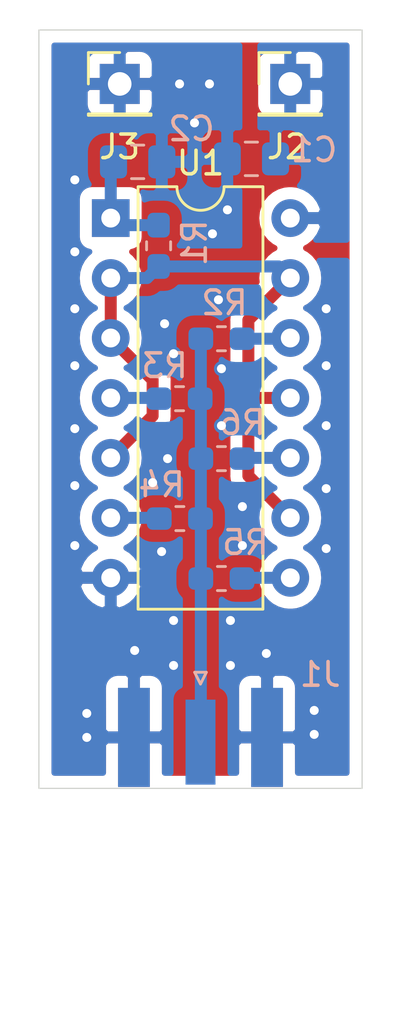
<source format=kicad_pcb>
(kicad_pcb (version 20171130) (host pcbnew "(5.1.4)-1")

  (general
    (thickness 1.6)
    (drawings 4)
    (tracks 69)
    (zones 0)
    (modules 12)
    (nets 11)
  )

  (page A4)
  (layers
    (0 F.Cu signal)
    (31 B.Cu signal)
    (32 B.Adhes user hide)
    (33 F.Adhes user hide)
    (34 B.Paste user)
    (35 F.Paste user hide)
    (36 B.SilkS user)
    (37 F.SilkS user hide)
    (38 B.Mask user)
    (39 F.Mask user hide)
    (40 Dwgs.User user hide)
    (41 Cmts.User user hide)
    (42 Eco1.User user hide)
    (43 Eco2.User user hide)
    (44 Edge.Cuts user)
    (45 Margin user hide)
    (46 B.CrtYd user)
    (47 F.CrtYd user hide)
    (48 B.Fab user)
    (49 F.Fab user hide)
  )

  (setup
    (last_trace_width 0.254)
    (trace_clearance 0.2)
    (zone_clearance 0.508)
    (zone_45_only no)
    (trace_min 0.1524)
    (via_size 0.635)
    (via_drill 0.381)
    (via_min_size 0.508)
    (via_min_drill 0.254)
    (uvia_size 0.508)
    (uvia_drill 0.254)
    (uvias_allowed no)
    (uvia_min_size 0.508)
    (uvia_min_drill 0.254)
    (edge_width 0.05)
    (segment_width 0.2)
    (pcb_text_width 0.3)
    (pcb_text_size 1.5 1.5)
    (mod_edge_width 0.12)
    (mod_text_size 1 1)
    (mod_text_width 0.15)
    (pad_size 1.524 1.524)
    (pad_drill 0.762)
    (pad_to_mask_clearance 0.05334)
    (aux_axis_origin 0 0)
    (visible_elements FFFFFF7F)
    (pcbplotparams
      (layerselection 0x010fc_ffffffff)
      (usegerberextensions false)
      (usegerberattributes false)
      (usegerberadvancedattributes false)
      (creategerberjobfile false)
      (excludeedgelayer true)
      (linewidth 0.100000)
      (plotframeref false)
      (viasonmask false)
      (mode 1)
      (useauxorigin false)
      (hpglpennumber 1)
      (hpglpenspeed 20)
      (hpglpendiameter 15.000000)
      (psnegative false)
      (psa4output false)
      (plotreference true)
      (plotvalue true)
      (plotinvisibletext false)
      (padsonsilk false)
      (subtractmaskfromsilk false)
      (outputformat 1)
      (mirror false)
      (drillshape 1)
      (scaleselection 1)
      (outputdirectory ""))
  )

  (net 0 "")
  (net 1 GND)
  (net 2 VCC)
  (net 3 "Net-(C2-Pad1)")
  (net 4 "Net-(J1-Pad1)")
  (net 5 drive_in)
  (net 6 "Net-(R2-Pad2)")
  (net 7 "Net-(R3-Pad2)")
  (net 8 "Net-(R4-Pad2)")
  (net 9 "Net-(R5-Pad2)")
  (net 10 "Net-(R6-Pad2)")

  (net_class Default "This is the default net class."
    (clearance 0.2)
    (trace_width 0.254)
    (via_dia 0.635)
    (via_drill 0.381)
    (uvia_dia 0.508)
    (uvia_drill 0.254)
    (add_net GND)
    (add_net "Net-(C2-Pad1)")
    (add_net "Net-(J1-Pad1)")
    (add_net "Net-(R2-Pad2)")
    (add_net "Net-(R3-Pad2)")
    (add_net "Net-(R4-Pad2)")
    (add_net "Net-(R5-Pad2)")
    (add_net "Net-(R6-Pad2)")
    (add_net VCC)
    (add_net drive_in)
  )

  (module Package_DIP:DIP-14_W7.62mm (layer F.Cu) (tedit 5A02E8C5) (tstamp 601904BE)
    (at 111.76 90.52)
    (descr "14-lead though-hole mounted DIP package, row spacing 7.62 mm (300 mils)")
    (tags "THT DIP DIL PDIP 2.54mm 7.62mm 300mil")
    (path /6018F2B0)
    (fp_text reference U1 (at 3.81 -2.33) (layer F.SilkS)
      (effects (font (size 1 1) (thickness 0.15)))
    )
    (fp_text value 74HC14 (at 3.81 17.57) (layer F.Fab)
      (effects (font (size 1 1) (thickness 0.15)))
    )
    (fp_text user %R (at 3.937 -2.001) (layer F.Fab)
      (effects (font (size 1 1) (thickness 0.15)))
    )
    (fp_line (start 8.7 -1.55) (end -1.1 -1.55) (layer F.CrtYd) (width 0.05))
    (fp_line (start 8.7 16.8) (end 8.7 -1.55) (layer F.CrtYd) (width 0.05))
    (fp_line (start -1.1 16.8) (end 8.7 16.8) (layer F.CrtYd) (width 0.05))
    (fp_line (start -1.1 -1.55) (end -1.1 16.8) (layer F.CrtYd) (width 0.05))
    (fp_line (start 6.46 -1.33) (end 4.81 -1.33) (layer F.SilkS) (width 0.12))
    (fp_line (start 6.46 16.57) (end 6.46 -1.33) (layer F.SilkS) (width 0.12))
    (fp_line (start 1.16 16.57) (end 6.46 16.57) (layer F.SilkS) (width 0.12))
    (fp_line (start 1.16 -1.33) (end 1.16 16.57) (layer F.SilkS) (width 0.12))
    (fp_line (start 2.81 -1.33) (end 1.16 -1.33) (layer F.SilkS) (width 0.12))
    (fp_line (start 0.635 -0.27) (end 1.635 -1.27) (layer F.Fab) (width 0.1))
    (fp_line (start 0.635 16.51) (end 0.635 -0.27) (layer F.Fab) (width 0.1))
    (fp_line (start 6.985 16.51) (end 0.635 16.51) (layer F.Fab) (width 0.1))
    (fp_line (start 6.985 -1.27) (end 6.985 16.51) (layer F.Fab) (width 0.1))
    (fp_line (start 1.635 -1.27) (end 6.985 -1.27) (layer F.Fab) (width 0.1))
    (fp_arc (start 3.81 -1.33) (end 2.81 -1.33) (angle -180) (layer F.SilkS) (width 0.12))
    (pad 14 thru_hole oval (at 7.62 0) (size 1.6 1.6) (drill 0.8) (layers *.Cu *.Mask)
      (net 2 VCC))
    (pad 7 thru_hole oval (at 0 15.24) (size 1.6 1.6) (drill 0.8) (layers *.Cu *.Mask)
      (net 1 GND))
    (pad 13 thru_hole oval (at 7.62 2.54) (size 1.6 1.6) (drill 0.8) (layers *.Cu *.Mask)
      (net 5 drive_in))
    (pad 6 thru_hole oval (at 0 12.7) (size 1.6 1.6) (drill 0.8) (layers *.Cu *.Mask)
      (net 8 "Net-(R4-Pad2)"))
    (pad 12 thru_hole oval (at 7.62 5.08) (size 1.6 1.6) (drill 0.8) (layers *.Cu *.Mask)
      (net 6 "Net-(R2-Pad2)"))
    (pad 5 thru_hole oval (at 0 10.16) (size 1.6 1.6) (drill 0.8) (layers *.Cu *.Mask)
      (net 5 drive_in))
    (pad 11 thru_hole oval (at 7.62 7.62) (size 1.6 1.6) (drill 0.8) (layers *.Cu *.Mask)
      (net 5 drive_in))
    (pad 4 thru_hole oval (at 0 7.62) (size 1.6 1.6) (drill 0.8) (layers *.Cu *.Mask)
      (net 7 "Net-(R3-Pad2)"))
    (pad 10 thru_hole oval (at 7.62 10.16) (size 1.6 1.6) (drill 0.8) (layers *.Cu *.Mask)
      (net 10 "Net-(R6-Pad2)"))
    (pad 3 thru_hole oval (at 0 5.08) (size 1.6 1.6) (drill 0.8) (layers *.Cu *.Mask)
      (net 5 drive_in))
    (pad 9 thru_hole oval (at 7.62 12.7) (size 1.6 1.6) (drill 0.8) (layers *.Cu *.Mask)
      (net 5 drive_in))
    (pad 2 thru_hole oval (at 0 2.54) (size 1.6 1.6) (drill 0.8) (layers *.Cu *.Mask)
      (net 5 drive_in))
    (pad 8 thru_hole oval (at 7.62 15.24) (size 1.6 1.6) (drill 0.8) (layers *.Cu *.Mask)
      (net 9 "Net-(R5-Pad2)"))
    (pad 1 thru_hole rect (at 0 0) (size 1.6 1.6) (drill 0.8) (layers *.Cu *.Mask)
      (net 3 "Net-(C2-Pad1)"))
    (model ${KISYS3DMOD}/Package_DIP.3dshapes/DIP-14_W7.62mm.wrl
      (at (xyz 0 0 0))
      (scale (xyz 1 1 1))
      (rotate (xyz 0 0 0))
    )
  )

  (module Capacitor_SMD:C_0805_2012Metric_Pad1.15x1.40mm_HandSolder (layer B.Cu) (tedit 5B36C52B) (tstamp 601903E3)
    (at 112.903 88.138)
    (descr "Capacitor SMD 0805 (2012 Metric), square (rectangular) end terminal, IPC_7351 nominal with elongated pad for handsoldering. (Body size source: https://docs.google.com/spreadsheets/d/1BsfQQcO9C6DZCsRaXUlFlo91Tg2WpOkGARC1WS5S8t0/edit?usp=sharing), generated with kicad-footprint-generator")
    (tags "capacitor handsolder")
    (path /601A8887)
    (attr smd)
    (fp_text reference C2 (at 2.286 -1.397) (layer B.SilkS)
      (effects (font (size 1 1) (thickness 0.15)) (justify mirror))
    )
    (fp_text value 47n (at 0 -1.65) (layer B.Fab)
      (effects (font (size 1 1) (thickness 0.15)) (justify mirror))
    )
    (fp_text user %R (at 0 0) (layer B.Fab)
      (effects (font (size 0.5 0.5) (thickness 0.08)) (justify mirror))
    )
    (fp_line (start 1.85 -0.95) (end -1.85 -0.95) (layer B.CrtYd) (width 0.05))
    (fp_line (start 1.85 0.95) (end 1.85 -0.95) (layer B.CrtYd) (width 0.05))
    (fp_line (start -1.85 0.95) (end 1.85 0.95) (layer B.CrtYd) (width 0.05))
    (fp_line (start -1.85 -0.95) (end -1.85 0.95) (layer B.CrtYd) (width 0.05))
    (fp_line (start -0.261252 -0.71) (end 0.261252 -0.71) (layer B.SilkS) (width 0.12))
    (fp_line (start -0.261252 0.71) (end 0.261252 0.71) (layer B.SilkS) (width 0.12))
    (fp_line (start 1 -0.6) (end -1 -0.6) (layer B.Fab) (width 0.1))
    (fp_line (start 1 0.6) (end 1 -0.6) (layer B.Fab) (width 0.1))
    (fp_line (start -1 0.6) (end 1 0.6) (layer B.Fab) (width 0.1))
    (fp_line (start -1 -0.6) (end -1 0.6) (layer B.Fab) (width 0.1))
    (pad 2 smd roundrect (at 1.025 0) (size 1.15 1.4) (layers B.Cu B.Paste B.Mask) (roundrect_rratio 0.217391)
      (net 1 GND))
    (pad 1 smd roundrect (at -1.025 0) (size 1.15 1.4) (layers B.Cu B.Paste B.Mask) (roundrect_rratio 0.217391)
      (net 3 "Net-(C2-Pad1)"))
    (model ${KISYS3DMOD}/Capacitor_SMD.3dshapes/C_0805_2012Metric.wrl
      (at (xyz 0 0 0))
      (scale (xyz 1 1 1))
      (rotate (xyz 0 0 0))
    )
  )

  (module Capacitor_SMD:C_0805_2012Metric_Pad1.15x1.40mm_HandSolder (layer B.Cu) (tedit 5B36C52B) (tstamp 601903D2)
    (at 117.729 88.011 180)
    (descr "Capacitor SMD 0805 (2012 Metric), square (rectangular) end terminal, IPC_7351 nominal with elongated pad for handsoldering. (Body size source: https://docs.google.com/spreadsheets/d/1BsfQQcO9C6DZCsRaXUlFlo91Tg2WpOkGARC1WS5S8t0/edit?usp=sharing), generated with kicad-footprint-generator")
    (tags "capacitor handsolder")
    (path /601ABF15)
    (attr smd)
    (fp_text reference C1 (at -2.667 0.381) (layer B.SilkS)
      (effects (font (size 1 1) (thickness 0.15)) (justify mirror))
    )
    (fp_text value 100n (at 0 -1.65) (layer B.Fab)
      (effects (font (size 1 1) (thickness 0.15)) (justify mirror))
    )
    (fp_text user %R (at 0 0) (layer B.Fab)
      (effects (font (size 0.5 0.5) (thickness 0.08)) (justify mirror))
    )
    (fp_line (start 1.85 -0.95) (end -1.85 -0.95) (layer B.CrtYd) (width 0.05))
    (fp_line (start 1.85 0.95) (end 1.85 -0.95) (layer B.CrtYd) (width 0.05))
    (fp_line (start -1.85 0.95) (end 1.85 0.95) (layer B.CrtYd) (width 0.05))
    (fp_line (start -1.85 -0.95) (end -1.85 0.95) (layer B.CrtYd) (width 0.05))
    (fp_line (start -0.261252 -0.71) (end 0.261252 -0.71) (layer B.SilkS) (width 0.12))
    (fp_line (start -0.261252 0.71) (end 0.261252 0.71) (layer B.SilkS) (width 0.12))
    (fp_line (start 1 -0.6) (end -1 -0.6) (layer B.Fab) (width 0.1))
    (fp_line (start 1 0.6) (end 1 -0.6) (layer B.Fab) (width 0.1))
    (fp_line (start -1 0.6) (end 1 0.6) (layer B.Fab) (width 0.1))
    (fp_line (start -1 -0.6) (end -1 0.6) (layer B.Fab) (width 0.1))
    (pad 2 smd roundrect (at 1.025 0 180) (size 1.15 1.4) (layers B.Cu B.Paste B.Mask) (roundrect_rratio 0.217391)
      (net 1 GND))
    (pad 1 smd roundrect (at -1.025 0 180) (size 1.15 1.4) (layers B.Cu B.Paste B.Mask) (roundrect_rratio 0.217391)
      (net 2 VCC))
    (model ${KISYS3DMOD}/Capacitor_SMD.3dshapes/C_0805_2012Metric.wrl
      (at (xyz 0 0 0))
      (scale (xyz 1 1 1))
      (rotate (xyz 0 0 0))
    )
  )

  (module Resistor_SMD:R_0603_1608Metric_Pad1.05x0.95mm_HandSolder (layer B.Cu) (tedit 5B301BBD) (tstamp 6019049C)
    (at 116.459 100.711)
    (descr "Resistor SMD 0603 (1608 Metric), square (rectangular) end terminal, IPC_7351 nominal with elongated pad for handsoldering. (Body size source: http://www.tortai-tech.com/upload/download/2011102023233369053.pdf), generated with kicad-footprint-generator")
    (tags "resistor handsolder")
    (path /601A0EE3)
    (attr smd)
    (fp_text reference R6 (at 0.889 -1.524) (layer B.SilkS)
      (effects (font (size 1 1) (thickness 0.15)) (justify mirror))
    )
    (fp_text value 220 (at 0 -1.43) (layer B.Fab)
      (effects (font (size 1 1) (thickness 0.15)) (justify mirror))
    )
    (fp_text user %R (at 0 0) (layer B.Fab)
      (effects (font (size 0.4 0.4) (thickness 0.06)) (justify mirror))
    )
    (fp_line (start 1.65 -0.73) (end -1.65 -0.73) (layer B.CrtYd) (width 0.05))
    (fp_line (start 1.65 0.73) (end 1.65 -0.73) (layer B.CrtYd) (width 0.05))
    (fp_line (start -1.65 0.73) (end 1.65 0.73) (layer B.CrtYd) (width 0.05))
    (fp_line (start -1.65 -0.73) (end -1.65 0.73) (layer B.CrtYd) (width 0.05))
    (fp_line (start -0.171267 -0.51) (end 0.171267 -0.51) (layer B.SilkS) (width 0.12))
    (fp_line (start -0.171267 0.51) (end 0.171267 0.51) (layer B.SilkS) (width 0.12))
    (fp_line (start 0.8 -0.4) (end -0.8 -0.4) (layer B.Fab) (width 0.1))
    (fp_line (start 0.8 0.4) (end 0.8 -0.4) (layer B.Fab) (width 0.1))
    (fp_line (start -0.8 0.4) (end 0.8 0.4) (layer B.Fab) (width 0.1))
    (fp_line (start -0.8 -0.4) (end -0.8 0.4) (layer B.Fab) (width 0.1))
    (pad 2 smd roundrect (at 0.875 0) (size 1.05 0.95) (layers B.Cu B.Paste B.Mask) (roundrect_rratio 0.25)
      (net 10 "Net-(R6-Pad2)"))
    (pad 1 smd roundrect (at -0.875 0) (size 1.05 0.95) (layers B.Cu B.Paste B.Mask) (roundrect_rratio 0.25)
      (net 4 "Net-(J1-Pad1)"))
    (model ${KISYS3DMOD}/Resistor_SMD.3dshapes/R_0603_1608Metric.wrl
      (at (xyz 0 0 0))
      (scale (xyz 1 1 1))
      (rotate (xyz 0 0 0))
    )
  )

  (module Resistor_SMD:R_0603_1608Metric_Pad1.05x0.95mm_HandSolder (layer B.Cu) (tedit 5B301BBD) (tstamp 6019048B)
    (at 116.459 105.791)
    (descr "Resistor SMD 0603 (1608 Metric), square (rectangular) end terminal, IPC_7351 nominal with elongated pad for handsoldering. (Body size source: http://www.tortai-tech.com/upload/download/2011102023233369053.pdf), generated with kicad-footprint-generator")
    (tags "resistor handsolder")
    (path /601A089B)
    (attr smd)
    (fp_text reference R5 (at 1.016 -1.524) (layer B.SilkS)
      (effects (font (size 1 1) (thickness 0.15)) (justify mirror))
    )
    (fp_text value 220 (at 0 -1.43) (layer B.Fab)
      (effects (font (size 1 1) (thickness 0.15)) (justify mirror))
    )
    (fp_text user %R (at 0 0) (layer B.Fab)
      (effects (font (size 0.4 0.4) (thickness 0.06)) (justify mirror))
    )
    (fp_line (start 1.65 -0.73) (end -1.65 -0.73) (layer B.CrtYd) (width 0.05))
    (fp_line (start 1.65 0.73) (end 1.65 -0.73) (layer B.CrtYd) (width 0.05))
    (fp_line (start -1.65 0.73) (end 1.65 0.73) (layer B.CrtYd) (width 0.05))
    (fp_line (start -1.65 -0.73) (end -1.65 0.73) (layer B.CrtYd) (width 0.05))
    (fp_line (start -0.171267 -0.51) (end 0.171267 -0.51) (layer B.SilkS) (width 0.12))
    (fp_line (start -0.171267 0.51) (end 0.171267 0.51) (layer B.SilkS) (width 0.12))
    (fp_line (start 0.8 -0.4) (end -0.8 -0.4) (layer B.Fab) (width 0.1))
    (fp_line (start 0.8 0.4) (end 0.8 -0.4) (layer B.Fab) (width 0.1))
    (fp_line (start -0.8 0.4) (end 0.8 0.4) (layer B.Fab) (width 0.1))
    (fp_line (start -0.8 -0.4) (end -0.8 0.4) (layer B.Fab) (width 0.1))
    (pad 2 smd roundrect (at 0.875 0) (size 1.05 0.95) (layers B.Cu B.Paste B.Mask) (roundrect_rratio 0.25)
      (net 9 "Net-(R5-Pad2)"))
    (pad 1 smd roundrect (at -0.875 0) (size 1.05 0.95) (layers B.Cu B.Paste B.Mask) (roundrect_rratio 0.25)
      (net 4 "Net-(J1-Pad1)"))
    (model ${KISYS3DMOD}/Resistor_SMD.3dshapes/R_0603_1608Metric.wrl
      (at (xyz 0 0 0))
      (scale (xyz 1 1 1))
      (rotate (xyz 0 0 0))
    )
  )

  (module Resistor_SMD:R_0603_1608Metric_Pad1.05x0.95mm_HandSolder (layer B.Cu) (tedit 5B301BBD) (tstamp 6019047A)
    (at 114.695 103.251 180)
    (descr "Resistor SMD 0603 (1608 Metric), square (rectangular) end terminal, IPC_7351 nominal with elongated pad for handsoldering. (Body size source: http://www.tortai-tech.com/upload/download/2011102023233369053.pdf), generated with kicad-footprint-generator")
    (tags "resistor handsolder")
    (path /601A0398)
    (attr smd)
    (fp_text reference R4 (at 0.776 1.43) (layer B.SilkS)
      (effects (font (size 1 1) (thickness 0.15)) (justify mirror))
    )
    (fp_text value 220 (at 0 -1.43) (layer B.Fab)
      (effects (font (size 1 1) (thickness 0.15)) (justify mirror))
    )
    (fp_text user %R (at 0 0) (layer B.Fab)
      (effects (font (size 0.4 0.4) (thickness 0.06)) (justify mirror))
    )
    (fp_line (start 1.65 -0.73) (end -1.65 -0.73) (layer B.CrtYd) (width 0.05))
    (fp_line (start 1.65 0.73) (end 1.65 -0.73) (layer B.CrtYd) (width 0.05))
    (fp_line (start -1.65 0.73) (end 1.65 0.73) (layer B.CrtYd) (width 0.05))
    (fp_line (start -1.65 -0.73) (end -1.65 0.73) (layer B.CrtYd) (width 0.05))
    (fp_line (start -0.171267 -0.51) (end 0.171267 -0.51) (layer B.SilkS) (width 0.12))
    (fp_line (start -0.171267 0.51) (end 0.171267 0.51) (layer B.SilkS) (width 0.12))
    (fp_line (start 0.8 -0.4) (end -0.8 -0.4) (layer B.Fab) (width 0.1))
    (fp_line (start 0.8 0.4) (end 0.8 -0.4) (layer B.Fab) (width 0.1))
    (fp_line (start -0.8 0.4) (end 0.8 0.4) (layer B.Fab) (width 0.1))
    (fp_line (start -0.8 -0.4) (end -0.8 0.4) (layer B.Fab) (width 0.1))
    (pad 2 smd roundrect (at 0.875 0 180) (size 1.05 0.95) (layers B.Cu B.Paste B.Mask) (roundrect_rratio 0.25)
      (net 8 "Net-(R4-Pad2)"))
    (pad 1 smd roundrect (at -0.875 0 180) (size 1.05 0.95) (layers B.Cu B.Paste B.Mask) (roundrect_rratio 0.25)
      (net 4 "Net-(J1-Pad1)"))
    (model ${KISYS3DMOD}/Resistor_SMD.3dshapes/R_0603_1608Metric.wrl
      (at (xyz 0 0 0))
      (scale (xyz 1 1 1))
      (rotate (xyz 0 0 0))
    )
  )

  (module Resistor_SMD:R_0603_1608Metric_Pad1.05x0.95mm_HandSolder (layer B.Cu) (tedit 5B301BBD) (tstamp 60190469)
    (at 114.681 98.171 180)
    (descr "Resistor SMD 0603 (1608 Metric), square (rectangular) end terminal, IPC_7351 nominal with elongated pad for handsoldering. (Body size source: http://www.tortai-tech.com/upload/download/2011102023233369053.pdf), generated with kicad-footprint-generator")
    (tags "resistor handsolder")
    (path /6019FE9E)
    (attr smd)
    (fp_text reference R3 (at 0.635 1.397) (layer B.SilkS)
      (effects (font (size 1 1) (thickness 0.15)) (justify mirror))
    )
    (fp_text value 220 (at 0 -1.43) (layer B.Fab)
      (effects (font (size 1 1) (thickness 0.15)) (justify mirror))
    )
    (fp_text user %R (at 0 0) (layer B.Fab)
      (effects (font (size 0.4 0.4) (thickness 0.06)) (justify mirror))
    )
    (fp_line (start 1.65 -0.73) (end -1.65 -0.73) (layer B.CrtYd) (width 0.05))
    (fp_line (start 1.65 0.73) (end 1.65 -0.73) (layer B.CrtYd) (width 0.05))
    (fp_line (start -1.65 0.73) (end 1.65 0.73) (layer B.CrtYd) (width 0.05))
    (fp_line (start -1.65 -0.73) (end -1.65 0.73) (layer B.CrtYd) (width 0.05))
    (fp_line (start -0.171267 -0.51) (end 0.171267 -0.51) (layer B.SilkS) (width 0.12))
    (fp_line (start -0.171267 0.51) (end 0.171267 0.51) (layer B.SilkS) (width 0.12))
    (fp_line (start 0.8 -0.4) (end -0.8 -0.4) (layer B.Fab) (width 0.1))
    (fp_line (start 0.8 0.4) (end 0.8 -0.4) (layer B.Fab) (width 0.1))
    (fp_line (start -0.8 0.4) (end 0.8 0.4) (layer B.Fab) (width 0.1))
    (fp_line (start -0.8 -0.4) (end -0.8 0.4) (layer B.Fab) (width 0.1))
    (pad 2 smd roundrect (at 0.875 0 180) (size 1.05 0.95) (layers B.Cu B.Paste B.Mask) (roundrect_rratio 0.25)
      (net 7 "Net-(R3-Pad2)"))
    (pad 1 smd roundrect (at -0.875 0 180) (size 1.05 0.95) (layers B.Cu B.Paste B.Mask) (roundrect_rratio 0.25)
      (net 4 "Net-(J1-Pad1)"))
    (model ${KISYS3DMOD}/Resistor_SMD.3dshapes/R_0603_1608Metric.wrl
      (at (xyz 0 0 0))
      (scale (xyz 1 1 1))
      (rotate (xyz 0 0 0))
    )
  )

  (module Resistor_SMD:R_0603_1608Metric_Pad1.05x0.95mm_HandSolder (layer B.Cu) (tedit 5B301BBD) (tstamp 60190458)
    (at 116.459 95.631)
    (descr "Resistor SMD 0603 (1608 Metric), square (rectangular) end terminal, IPC_7351 nominal with elongated pad for handsoldering. (Body size source: http://www.tortai-tech.com/upload/download/2011102023233369053.pdf), generated with kicad-footprint-generator")
    (tags "resistor handsolder")
    (path /6019E7DA)
    (attr smd)
    (fp_text reference R2 (at 0.127 -1.524) (layer B.SilkS)
      (effects (font (size 1 1) (thickness 0.15)) (justify mirror))
    )
    (fp_text value 220 (at 0 -1.43) (layer B.Fab)
      (effects (font (size 1 1) (thickness 0.15)) (justify mirror))
    )
    (fp_text user %R (at 0 0) (layer B.Fab)
      (effects (font (size 0.4 0.4) (thickness 0.06)) (justify mirror))
    )
    (fp_line (start 1.65 -0.73) (end -1.65 -0.73) (layer B.CrtYd) (width 0.05))
    (fp_line (start 1.65 0.73) (end 1.65 -0.73) (layer B.CrtYd) (width 0.05))
    (fp_line (start -1.65 0.73) (end 1.65 0.73) (layer B.CrtYd) (width 0.05))
    (fp_line (start -1.65 -0.73) (end -1.65 0.73) (layer B.CrtYd) (width 0.05))
    (fp_line (start -0.171267 -0.51) (end 0.171267 -0.51) (layer B.SilkS) (width 0.12))
    (fp_line (start -0.171267 0.51) (end 0.171267 0.51) (layer B.SilkS) (width 0.12))
    (fp_line (start 0.8 -0.4) (end -0.8 -0.4) (layer B.Fab) (width 0.1))
    (fp_line (start 0.8 0.4) (end 0.8 -0.4) (layer B.Fab) (width 0.1))
    (fp_line (start -0.8 0.4) (end 0.8 0.4) (layer B.Fab) (width 0.1))
    (fp_line (start -0.8 -0.4) (end -0.8 0.4) (layer B.Fab) (width 0.1))
    (pad 2 smd roundrect (at 0.875 0) (size 1.05 0.95) (layers B.Cu B.Paste B.Mask) (roundrect_rratio 0.25)
      (net 6 "Net-(R2-Pad2)"))
    (pad 1 smd roundrect (at -0.875 0) (size 1.05 0.95) (layers B.Cu B.Paste B.Mask) (roundrect_rratio 0.25)
      (net 4 "Net-(J1-Pad1)"))
    (model ${KISYS3DMOD}/Resistor_SMD.3dshapes/R_0603_1608Metric.wrl
      (at (xyz 0 0 0))
      (scale (xyz 1 1 1))
      (rotate (xyz 0 0 0))
    )
  )

  (module Resistor_SMD:R_0603_1608Metric_Pad1.05x0.95mm_HandSolder (layer B.Cu) (tedit 5B301BBD) (tstamp 60190447)
    (at 113.792 91.694 90)
    (descr "Resistor SMD 0603 (1608 Metric), square (rectangular) end terminal, IPC_7351 nominal with elongated pad for handsoldering. (Body size source: http://www.tortai-tech.com/upload/download/2011102023233369053.pdf), generated with kicad-footprint-generator")
    (tags "resistor handsolder")
    (path /601A6A98)
    (attr smd)
    (fp_text reference R1 (at 0.127 1.524 90) (layer B.SilkS)
      (effects (font (size 1 1) (thickness 0.15)) (justify mirror))
    )
    (fp_text value 6.8k (at 0 -1.43 90) (layer B.Fab)
      (effects (font (size 1 1) (thickness 0.15)) (justify mirror))
    )
    (fp_text user %R (at 0 0 90) (layer B.Fab)
      (effects (font (size 0.4 0.4) (thickness 0.06)) (justify mirror))
    )
    (fp_line (start 1.65 -0.73) (end -1.65 -0.73) (layer B.CrtYd) (width 0.05))
    (fp_line (start 1.65 0.73) (end 1.65 -0.73) (layer B.CrtYd) (width 0.05))
    (fp_line (start -1.65 0.73) (end 1.65 0.73) (layer B.CrtYd) (width 0.05))
    (fp_line (start -1.65 -0.73) (end -1.65 0.73) (layer B.CrtYd) (width 0.05))
    (fp_line (start -0.171267 -0.51) (end 0.171267 -0.51) (layer B.SilkS) (width 0.12))
    (fp_line (start -0.171267 0.51) (end 0.171267 0.51) (layer B.SilkS) (width 0.12))
    (fp_line (start 0.8 -0.4) (end -0.8 -0.4) (layer B.Fab) (width 0.1))
    (fp_line (start 0.8 0.4) (end 0.8 -0.4) (layer B.Fab) (width 0.1))
    (fp_line (start -0.8 0.4) (end 0.8 0.4) (layer B.Fab) (width 0.1))
    (fp_line (start -0.8 -0.4) (end -0.8 0.4) (layer B.Fab) (width 0.1))
    (pad 2 smd roundrect (at 0.875 0 90) (size 1.05 0.95) (layers B.Cu B.Paste B.Mask) (roundrect_rratio 0.25)
      (net 3 "Net-(C2-Pad1)"))
    (pad 1 smd roundrect (at -0.875 0 90) (size 1.05 0.95) (layers B.Cu B.Paste B.Mask) (roundrect_rratio 0.25)
      (net 5 drive_in))
    (model ${KISYS3DMOD}/Resistor_SMD.3dshapes/R_0603_1608Metric.wrl
      (at (xyz 0 0 0))
      (scale (xyz 1 1 1))
      (rotate (xyz 0 0 0))
    )
  )

  (module Connector_PinHeader_2.54mm:PinHeader_1x01_P2.54mm_Vertical (layer F.Cu) (tedit 59FED5CC) (tstamp 60190436)
    (at 112.141 84.836)
    (descr "Through hole straight pin header, 1x01, 2.54mm pitch, single row")
    (tags "Through hole pin header THT 1x01 2.54mm single row")
    (path /601D605F)
    (fp_text reference J3 (at 0 2.667) (layer F.SilkS)
      (effects (font (size 1 1) (thickness 0.15)))
    )
    (fp_text value Conn_01x01 (at 0 2.33) (layer F.Fab)
      (effects (font (size 1 1) (thickness 0.15)))
    )
    (fp_text user %R (at 0 0 90) (layer F.Fab)
      (effects (font (size 1 1) (thickness 0.15)))
    )
    (fp_line (start 1.8 -1.8) (end -1.8 -1.8) (layer F.CrtYd) (width 0.05))
    (fp_line (start 1.8 1.8) (end 1.8 -1.8) (layer F.CrtYd) (width 0.05))
    (fp_line (start -1.8 1.8) (end 1.8 1.8) (layer F.CrtYd) (width 0.05))
    (fp_line (start -1.8 -1.8) (end -1.8 1.8) (layer F.CrtYd) (width 0.05))
    (fp_line (start -1.33 -1.33) (end 0 -1.33) (layer F.SilkS) (width 0.12))
    (fp_line (start -1.33 0) (end -1.33 -1.33) (layer F.SilkS) (width 0.12))
    (fp_line (start -1.33 1.27) (end 1.33 1.27) (layer F.SilkS) (width 0.12))
    (fp_line (start 1.33 1.27) (end 1.33 1.33) (layer F.SilkS) (width 0.12))
    (fp_line (start -1.33 1.27) (end -1.33 1.33) (layer F.SilkS) (width 0.12))
    (fp_line (start -1.33 1.33) (end 1.33 1.33) (layer F.SilkS) (width 0.12))
    (fp_line (start -1.27 -0.635) (end -0.635 -1.27) (layer F.Fab) (width 0.1))
    (fp_line (start -1.27 1.27) (end -1.27 -0.635) (layer F.Fab) (width 0.1))
    (fp_line (start 1.27 1.27) (end -1.27 1.27) (layer F.Fab) (width 0.1))
    (fp_line (start 1.27 -1.27) (end 1.27 1.27) (layer F.Fab) (width 0.1))
    (fp_line (start -0.635 -1.27) (end 1.27 -1.27) (layer F.Fab) (width 0.1))
    (pad 1 thru_hole rect (at 0 0) (size 1.7 1.7) (drill 1) (layers *.Cu *.Mask)
      (net 1 GND))
    (model ${KISYS3DMOD}/Connector_PinHeader_2.54mm.3dshapes/PinHeader_1x01_P2.54mm_Vertical.wrl
      (at (xyz 0 0 0))
      (scale (xyz 1 1 1))
      (rotate (xyz 0 0 0))
    )
  )

  (module Connector_PinHeader_2.54mm:PinHeader_1x01_P2.54mm_Vertical (layer F.Cu) (tedit 59FED5CC) (tstamp 60190421)
    (at 119.38 84.836)
    (descr "Through hole straight pin header, 1x01, 2.54mm pitch, single row")
    (tags "Through hole pin header THT 1x01 2.54mm single row")
    (path /601D3D75)
    (fp_text reference J2 (at -0.127 2.667) (layer F.SilkS)
      (effects (font (size 1 1) (thickness 0.15)))
    )
    (fp_text value Conn_01x01 (at 0 2.33) (layer F.Fab)
      (effects (font (size 1 1) (thickness 0.15)))
    )
    (fp_text user %R (at 0 0 90) (layer F.Fab)
      (effects (font (size 1 1) (thickness 0.15)))
    )
    (fp_line (start 1.8 -1.8) (end -1.8 -1.8) (layer F.CrtYd) (width 0.05))
    (fp_line (start 1.8 1.8) (end 1.8 -1.8) (layer F.CrtYd) (width 0.05))
    (fp_line (start -1.8 1.8) (end 1.8 1.8) (layer F.CrtYd) (width 0.05))
    (fp_line (start -1.8 -1.8) (end -1.8 1.8) (layer F.CrtYd) (width 0.05))
    (fp_line (start -1.33 -1.33) (end 0 -1.33) (layer F.SilkS) (width 0.12))
    (fp_line (start -1.33 0) (end -1.33 -1.33) (layer F.SilkS) (width 0.12))
    (fp_line (start -1.33 1.27) (end 1.33 1.27) (layer F.SilkS) (width 0.12))
    (fp_line (start 1.33 1.27) (end 1.33 1.33) (layer F.SilkS) (width 0.12))
    (fp_line (start -1.33 1.27) (end -1.33 1.33) (layer F.SilkS) (width 0.12))
    (fp_line (start -1.33 1.33) (end 1.33 1.33) (layer F.SilkS) (width 0.12))
    (fp_line (start -1.27 -0.635) (end -0.635 -1.27) (layer F.Fab) (width 0.1))
    (fp_line (start -1.27 1.27) (end -1.27 -0.635) (layer F.Fab) (width 0.1))
    (fp_line (start 1.27 1.27) (end -1.27 1.27) (layer F.Fab) (width 0.1))
    (fp_line (start 1.27 -1.27) (end 1.27 1.27) (layer F.Fab) (width 0.1))
    (fp_line (start -0.635 -1.27) (end 1.27 -1.27) (layer F.Fab) (width 0.1))
    (pad 1 thru_hole rect (at 0 0) (size 1.7 1.7) (drill 1) (layers *.Cu *.Mask)
      (net 2 VCC))
    (model ${KISYS3DMOD}/Connector_PinHeader_2.54mm.3dshapes/PinHeader_1x01_P2.54mm_Vertical.wrl
      (at (xyz 0 0 0))
      (scale (xyz 1 1 1))
      (rotate (xyz 0 0 0))
    )
  )

  (module Connector_Coaxial:SMA_Samtec_SMA-J-P-H-ST-EM1_EdgeMount (layer B.Cu) (tedit 5BA382C0) (tstamp 6019040C)
    (at 115.57 112.522 270)
    (descr http://suddendocs.samtec.com/prints/sma-j-p-x-st-em1-mkt.pdf)
    (tags SMA)
    (path /601A49A3)
    (attr smd)
    (fp_text reference J1 (at -2.667 -5.08) (layer B.SilkS)
      (effects (font (size 1 1) (thickness 0.15)) (justify mirror))
    )
    (fp_text value Conn_Coaxial (at 5 -5.9 270) (layer B.Fab)
      (effects (font (size 1 1) (thickness 0.15)) (justify mirror))
    )
    (fp_text user "PCB Edge" (at 2.6 0) (layer Dwgs.User)
      (effects (font (size 0.5 0.5) (thickness 0.1)))
    )
    (fp_line (start 2.1 3.5) (end 2.1 -3.5) (layer Dwgs.User) (width 0.1))
    (fp_line (start 3 -4.5) (end 3 -4) (layer F.CrtYd) (width 0.05))
    (fp_line (start 12.12 -4.5) (end 3 -4.5) (layer F.CrtYd) (width 0.05))
    (fp_line (start 3 4.5) (end 3 4) (layer F.CrtYd) (width 0.05))
    (fp_line (start 12.12 4.5) (end 3 4.5) (layer F.CrtYd) (width 0.05))
    (fp_line (start 3 4.5) (end 3 4) (layer B.CrtYd) (width 0.05))
    (fp_line (start 12.12 4.5) (end 3 4.5) (layer B.CrtYd) (width 0.05))
    (fp_line (start 3 -4.5) (end 3 -4) (layer B.CrtYd) (width 0.05))
    (fp_line (start 12.12 -4.5) (end 3 -4.5) (layer B.CrtYd) (width 0.05))
    (fp_line (start -1.71 -3.175) (end 11.62 -3.175) (layer B.Fab) (width 0.1))
    (fp_line (start -1.71 -2.365) (end -1.71 -3.175) (layer B.Fab) (width 0.1))
    (fp_line (start 2.1 -2.365) (end -1.71 -2.365) (layer B.Fab) (width 0.1))
    (fp_line (start 2.1 2.365) (end 2.1 -2.365) (layer B.Fab) (width 0.1))
    (fp_line (start -1.71 2.365) (end 2.1 2.365) (layer B.Fab) (width 0.1))
    (fp_line (start -1.71 3.175) (end -1.71 2.365) (layer B.Fab) (width 0.1))
    (fp_line (start -1.71 3.175) (end 11.62 3.175) (layer B.Fab) (width 0.1))
    (fp_line (start 11.62 3.165) (end 11.62 -3.165) (layer B.Fab) (width 0.1))
    (fp_line (start -2.6 -4) (end -2.6 4) (layer F.CrtYd) (width 0.05))
    (fp_line (start 3 -4) (end -2.6 -4) (layer F.CrtYd) (width 0.05))
    (fp_line (start 12.12 4.5) (end 12.12 -4.5) (layer F.CrtYd) (width 0.05))
    (fp_line (start 3 4) (end -2.6 4) (layer F.CrtYd) (width 0.05))
    (fp_line (start -2.6 -4) (end -2.6 4) (layer B.CrtYd) (width 0.05))
    (fp_line (start 3 -4) (end -2.6 -4) (layer B.CrtYd) (width 0.05))
    (fp_line (start 12.12 4.5) (end 12.12 -4.5) (layer B.CrtYd) (width 0.05))
    (fp_line (start 3 4) (end -2.6 4) (layer B.CrtYd) (width 0.05))
    (fp_text user %R (at 4.79 0 180) (layer B.Fab)
      (effects (font (size 1 1) (thickness 0.15)) (justify mirror))
    )
    (fp_line (start 2.1 0.75) (end 3.1 0) (layer B.Fab) (width 0.1))
    (fp_line (start 3.1 0) (end 2.1 -0.75) (layer B.Fab) (width 0.1))
    (fp_line (start -2.26 0) (end -2.76 0.25) (layer B.SilkS) (width 0.12))
    (fp_line (start -2.76 0.25) (end -2.76 -0.25) (layer B.SilkS) (width 0.12))
    (fp_line (start -2.76 -0.25) (end -2.26 0) (layer B.SilkS) (width 0.12))
    (pad 1 smd rect (at 0.2 0 180) (size 1.27 3.6) (layers B.Cu B.Paste B.Mask)
      (net 4 "Net-(J1-Pad1)"))
    (pad 2 smd rect (at 0 2.825 180) (size 1.35 4.2) (layers B.Cu B.Paste B.Mask)
      (net 1 GND))
    (pad 2 smd rect (at 0 -2.825 180) (size 1.35 4.2) (layers B.Cu B.Paste B.Mask)
      (net 1 GND))
    (pad 2 smd rect (at 0 2.825 180) (size 1.35 4.2) (layers F.Cu F.Paste F.Mask)
      (net 1 GND))
    (pad 2 smd rect (at 0 -2.825 180) (size 1.35 4.2) (layers F.Cu F.Paste F.Mask)
      (net 1 GND))
    (model ${KISYS3DMOD}/Connector_Coaxial.3dshapes/SMA_Samtec_SMA-J-P-H-ST-EM1_EdgeMount.wrl
      (at (xyz 0 0 0))
      (scale (xyz 1 1 1))
      (rotate (xyz 0 0 0))
    )
  )

  (gr_line (start 122.428 114.681) (end 122.428 82.55) (layer Edge.Cuts) (width 0.05) (tstamp 60191C76))
  (gr_line (start 108.712 82.55) (end 108.712 114.681) (layer Edge.Cuts) (width 0.05))
  (gr_line (start 122.428 82.55) (end 108.712 82.55) (layer Edge.Cuts) (width 0.05))
  (gr_line (start 108.712 114.681) (end 122.428 114.681) (layer Edge.Cuts) (width 0.05))

  (via (at 114.681 84.836) (size 0.635) (drill 0.381) (layers F.Cu B.Cu) (net 1))
  (via (at 115.951 84.836) (size 0.635) (drill 0.381) (layers F.Cu B.Cu) (net 1))
  (via (at 110.236 96.774) (size 0.635) (drill 0.381) (layers F.Cu B.Cu) (net 1))
  (via (at 120.904 96.774) (size 0.635) (drill 0.381) (layers F.Cu B.Cu) (net 1))
  (via (at 110.236 104.394) (size 0.635) (drill 0.381) (layers F.Cu B.Cu) (net 1))
  (via (at 120.904 104.521) (size 0.635) (drill 0.381) (layers F.Cu B.Cu) (net 1))
  (via (at 118.364 108.966) (size 0.635) (drill 0.381) (layers F.Cu B.Cu) (net 1))
  (via (at 120.396 112.395) (size 0.635) (drill 0.381) (layers F.Cu B.Cu) (net 1))
  (via (at 116.84 109.474) (size 0.635) (drill 0.381) (layers F.Cu B.Cu) (net 1))
  (via (at 116.84 107.569) (size 0.635) (drill 0.381) (layers F.Cu B.Cu) (net 1))
  (via (at 114.427 107.569) (size 0.635) (drill 0.381) (layers F.Cu B.Cu) (net 1))
  (via (at 114.427 109.474) (size 0.635) (drill 0.381) (layers F.Cu B.Cu) (net 1))
  (via (at 112.776 108.839) (size 0.635) (drill 0.381) (layers F.Cu B.Cu) (net 1))
  (via (at 110.744 112.522) (size 0.635) (drill 0.381) (layers F.Cu B.Cu) (net 1))
  (via (at 120.904 99.314) (size 0.635) (drill 0.381) (layers F.Cu B.Cu) (net 1))
  (via (at 120.904 101.981) (size 0.635) (drill 0.381) (layers F.Cu B.Cu) (net 1))
  (via (at 110.236 99.441) (size 0.635) (drill 0.381) (layers F.Cu B.Cu) (net 1))
  (via (at 110.236 101.854) (size 0.635) (drill 0.381) (layers F.Cu B.Cu) (net 1))
  (via (at 120.904 94.361) (size 0.635) (drill 0.381) (layers F.Cu B.Cu) (net 1))
  (via (at 110.236 94.361) (size 0.635) (drill 0.381) (layers F.Cu B.Cu) (net 1))
  (via (at 110.236 91.948) (size 0.635) (drill 0.381) (layers F.Cu B.Cu) (net 1))
  (via (at 110.236 88.9) (size 0.635) (drill 0.381) (layers F.Cu B.Cu) (net 1))
  (via (at 116.078 91.186) (size 0.635) (drill 0.381) (layers F.Cu B.Cu) (net 1))
  (via (at 115.316 86.487) (size 0.635) (drill 0.381) (layers F.Cu B.Cu) (net 1))
  (via (at 116.713 90.17) (size 0.635) (drill 0.381) (layers F.Cu B.Cu) (net 1))
  (via (at 116.459 96.901) (size 0.635) (drill 0.381) (layers F.Cu B.Cu) (net 1))
  (via (at 116.459 99.314) (size 0.635) (drill 0.381) (layers F.Cu B.Cu) (net 1))
  (via (at 114.173 100.711) (size 0.635) (drill 0.381) (layers F.Cu B.Cu) (net 1))
  (via (at 113.538 101.727) (size 0.635) (drill 0.381) (layers F.Cu B.Cu) (net 1))
  (via (at 117.348 102.743) (size 0.635) (drill 0.381) (layers F.Cu B.Cu) (net 1))
  (via (at 117.348 104.394) (size 0.635) (drill 0.381) (layers F.Cu B.Cu) (net 1))
  (via (at 116.332 93.98) (size 0.635) (drill 0.381) (layers F.Cu B.Cu) (net 1))
  (via (at 114.046 94.996) (size 0.635) (drill 0.381) (layers F.Cu B.Cu) (net 1))
  (via (at 114.427 96.266) (size 0.635) (drill 0.381) (layers F.Cu B.Cu) (net 1))
  (via (at 113.919 104.648) (size 0.635) (drill 0.381) (layers F.Cu B.Cu) (net 1))
  (via (at 120.396 111.379) (size 0.635) (drill 0.381) (layers F.Cu B.Cu) (net 1))
  (via (at 110.744 111.506) (size 0.635) (drill 0.381) (layers F.Cu B.Cu) (net 1))
  (segment (start 111.774 90.506) (end 111.76 90.52) (width 0.254) (layer B.Cu) (net 3))
  (segment (start 111.774 88.138) (end 111.774 90.506) (width 0.254) (layer B.Cu) (net 3))
  (segment (start 112.059 90.819) (end 111.76 90.52) (width 0.508) (layer B.Cu) (net 3))
  (segment (start 113.792 90.819) (end 112.059 90.819) (width 0.508) (layer B.Cu) (net 3))
  (segment (start 111.76 88.256) (end 111.878 88.138) (width 0.508) (layer B.Cu) (net 3))
  (segment (start 111.76 90.52) (end 111.76 88.256) (width 0.508) (layer B.Cu) (net 3))
  (segment (start 115.584 112.708) (end 115.57 112.722) (width 0.508) (layer B.Cu) (net 4))
  (segment (start 115.584 95.631) (end 115.584 112.708) (width 0.508) (layer B.Cu) (net 4))
  (segment (start 113.301 93.06) (end 113.792 92.569) (width 0.508) (layer B.Cu) (net 5))
  (segment (start 111.76 93.06) (end 113.301 93.06) (width 0.508) (layer B.Cu) (net 5))
  (segment (start 111.76 93.06) (end 111.76 95.6) (width 0.508) (layer F.Cu) (net 5))
  (segment (start 119.38 103.22) (end 117.602 101.442) (width 0.508) (layer F.Cu) (net 5))
  (segment (start 117.602 94.838) (end 119.38 93.06) (width 0.508) (layer F.Cu) (net 5))
  (segment (start 117.633 98.14) (end 119.38 98.14) (width 0.508) (layer F.Cu) (net 5))
  (segment (start 117.602 98.171) (end 117.633 98.14) (width 0.508) (layer F.Cu) (net 5))
  (segment (start 117.602 98.171) (end 117.602 94.838) (width 0.508) (layer F.Cu) (net 5))
  (segment (start 117.602 101.442) (end 117.602 98.171) (width 0.508) (layer F.Cu) (net 5))
  (segment (start 111.76 95.6) (end 113.538 97.378) (width 0.508) (layer F.Cu) (net 5))
  (segment (start 113.538 98.902) (end 111.76 100.68) (width 0.508) (layer F.Cu) (net 5))
  (segment (start 113.538 97.378) (end 113.538 98.902) (width 0.508) (layer F.Cu) (net 5))
  (segment (start 118.889 92.569) (end 119.38 93.06) (width 0.508) (layer B.Cu) (net 5))
  (segment (start 113.792 92.569) (end 118.889 92.569) (width 0.508) (layer B.Cu) (net 5))
  (segment (start 119.349 95.631) (end 119.38 95.6) (width 0.508) (layer B.Cu) (net 6))
  (segment (start 117.334 95.631) (end 119.349 95.631) (width 0.508) (layer B.Cu) (net 6))
  (segment (start 113.775 98.14) (end 113.806 98.171) (width 0.508) (layer B.Cu) (net 7))
  (segment (start 111.76 98.14) (end 113.775 98.14) (width 0.508) (layer B.Cu) (net 7))
  (segment (start 113.789 103.22) (end 113.82 103.251) (width 0.508) (layer B.Cu) (net 8))
  (segment (start 111.76 103.22) (end 113.789 103.22) (width 0.508) (layer B.Cu) (net 8))
  (segment (start 117.365 105.76) (end 117.334 105.791) (width 0.508) (layer B.Cu) (net 9))
  (segment (start 119.38 105.76) (end 117.365 105.76) (width 0.508) (layer B.Cu) (net 9))
  (segment (start 117.365 100.68) (end 117.334 100.711) (width 0.508) (layer B.Cu) (net 10))
  (segment (start 119.38 100.68) (end 117.365 100.68) (width 0.508) (layer B.Cu) (net 10))

  (zone (net 1) (net_name GND) (layer B.Cu) (tstamp 60192D3D) (hatch edge 0.508)
    (connect_pads (clearance 0.508))
    (min_thickness 0.254)
    (fill yes (arc_segments 32) (thermal_gap 0.508) (thermal_bridge_width 0.508))
    (polygon
      (pts
        (xy 108.585 82.042) (xy 117.348 82.042) (xy 117.348 92.202) (xy 122.555 92.202) (xy 122.555 115.316)
        (xy 108.585 115.316)
      )
    )
    (filled_polygon
      (pts
        (xy 117.221 86.673544) (xy 116.98975 86.676) (xy 116.831 86.83475) (xy 116.831 87.884) (xy 116.851 87.884)
        (xy 116.851 88.138) (xy 116.831 88.138) (xy 116.831 89.18725) (xy 116.98975 89.346) (xy 117.221 89.348456)
        (xy 117.221 91.68) (xy 114.686065 91.68) (xy 114.757512 91.592942) (xy 114.838423 91.441567) (xy 114.888248 91.277316)
        (xy 114.905072 91.1065) (xy 114.905072 90.5315) (xy 114.888248 90.360684) (xy 114.838423 90.196433) (xy 114.757512 90.045058)
        (xy 114.648623 89.912377) (xy 114.515942 89.803488) (xy 114.364567 89.722577) (xy 114.200316 89.672752) (xy 114.0295 89.655928)
        (xy 113.5545 89.655928) (xy 113.383684 89.672752) (xy 113.219433 89.722577) (xy 113.198072 89.733995) (xy 113.198072 89.72)
        (xy 113.185812 89.595518) (xy 113.149502 89.47582) (xy 113.12655 89.43288) (xy 113.228518 89.463812) (xy 113.353 89.476072)
        (xy 113.64225 89.473) (xy 113.801 89.31425) (xy 113.801 88.265) (xy 114.055 88.265) (xy 114.055 89.31425)
        (xy 114.21375 89.473) (xy 114.503 89.476072) (xy 114.627482 89.463812) (xy 114.74718 89.427502) (xy 114.857494 89.368537)
        (xy 114.954185 89.289185) (xy 115.033537 89.192494) (xy 115.092502 89.08218) (xy 115.128812 88.962482) (xy 115.141072 88.838)
        (xy 115.140131 88.711) (xy 115.490928 88.711) (xy 115.503188 88.835482) (xy 115.539498 88.95518) (xy 115.598463 89.065494)
        (xy 115.677815 89.162185) (xy 115.774506 89.241537) (xy 115.88482 89.300502) (xy 116.004518 89.336812) (xy 116.129 89.349072)
        (xy 116.41825 89.346) (xy 116.577 89.18725) (xy 116.577 88.138) (xy 115.65275 88.138) (xy 115.494 88.29675)
        (xy 115.490928 88.711) (xy 115.140131 88.711) (xy 115.138 88.42375) (xy 114.97925 88.265) (xy 114.055 88.265)
        (xy 113.801 88.265) (xy 113.781 88.265) (xy 113.781 88.011) (xy 113.801 88.011) (xy 113.801 86.96175)
        (xy 114.055 86.96175) (xy 114.055 88.011) (xy 114.97925 88.011) (xy 115.138 87.85225) (xy 115.141072 87.438)
        (xy 115.128812 87.313518) (xy 115.128049 87.311) (xy 115.490928 87.311) (xy 115.494 87.72525) (xy 115.65275 87.884)
        (xy 116.577 87.884) (xy 116.577 86.83475) (xy 116.41825 86.676) (xy 116.129 86.672928) (xy 116.004518 86.685188)
        (xy 115.88482 86.721498) (xy 115.774506 86.780463) (xy 115.677815 86.859815) (xy 115.598463 86.956506) (xy 115.539498 87.06682)
        (xy 115.503188 87.186518) (xy 115.490928 87.311) (xy 115.128049 87.311) (xy 115.092502 87.19382) (xy 115.033537 87.083506)
        (xy 114.954185 86.986815) (xy 114.857494 86.907463) (xy 114.74718 86.848498) (xy 114.627482 86.812188) (xy 114.503 86.799928)
        (xy 114.21375 86.803) (xy 114.055 86.96175) (xy 113.801 86.96175) (xy 113.64225 86.803) (xy 113.353 86.799928)
        (xy 113.228518 86.812188) (xy 113.10882 86.848498) (xy 112.998506 86.907463) (xy 112.901815 86.986815) (xy 112.836342 87.066594)
        (xy 112.830962 87.060038) (xy 112.696387 86.949595) (xy 112.542851 86.867528) (xy 112.376255 86.816992) (xy 112.203001 86.799928)
        (xy 111.552999 86.799928) (xy 111.379745 86.816992) (xy 111.213149 86.867528) (xy 111.059613 86.949595) (xy 110.925038 87.060038)
        (xy 110.814595 87.194613) (xy 110.732528 87.348149) (xy 110.681992 87.514745) (xy 110.664928 87.687999) (xy 110.664928 88.588001)
        (xy 110.681992 88.761255) (xy 110.732528 88.927851) (xy 110.814595 89.081387) (xy 110.827177 89.096718) (xy 110.71582 89.130498)
        (xy 110.605506 89.189463) (xy 110.508815 89.268815) (xy 110.429463 89.365506) (xy 110.370498 89.47582) (xy 110.334188 89.595518)
        (xy 110.321928 89.72) (xy 110.321928 91.32) (xy 110.334188 91.444482) (xy 110.370498 91.56418) (xy 110.429463 91.674494)
        (xy 110.508815 91.771185) (xy 110.605506 91.850537) (xy 110.71582 91.909502) (xy 110.835518 91.945812) (xy 110.853482 91.947581)
        (xy 110.740392 92.040392) (xy 110.561068 92.258899) (xy 110.427818 92.508192) (xy 110.345764 92.778691) (xy 110.318057 93.06)
        (xy 110.345764 93.341309) (xy 110.427818 93.611808) (xy 110.561068 93.861101) (xy 110.740392 94.079608) (xy 110.958899 94.258932)
        (xy 111.091858 94.33) (xy 110.958899 94.401068) (xy 110.740392 94.580392) (xy 110.561068 94.798899) (xy 110.427818 95.048192)
        (xy 110.345764 95.318691) (xy 110.318057 95.6) (xy 110.345764 95.881309) (xy 110.427818 96.151808) (xy 110.561068 96.401101)
        (xy 110.740392 96.619608) (xy 110.958899 96.798932) (xy 111.091858 96.87) (xy 110.958899 96.941068) (xy 110.740392 97.120392)
        (xy 110.561068 97.338899) (xy 110.427818 97.588192) (xy 110.345764 97.858691) (xy 110.318057 98.14) (xy 110.345764 98.421309)
        (xy 110.427818 98.691808) (xy 110.561068 98.941101) (xy 110.740392 99.159608) (xy 110.958899 99.338932) (xy 111.091858 99.41)
        (xy 110.958899 99.481068) (xy 110.740392 99.660392) (xy 110.561068 99.878899) (xy 110.427818 100.128192) (xy 110.345764 100.398691)
        (xy 110.318057 100.68) (xy 110.345764 100.961309) (xy 110.427818 101.231808) (xy 110.561068 101.481101) (xy 110.740392 101.699608)
        (xy 110.958899 101.878932) (xy 111.091858 101.95) (xy 110.958899 102.021068) (xy 110.740392 102.200392) (xy 110.561068 102.418899)
        (xy 110.427818 102.668192) (xy 110.345764 102.938691) (xy 110.318057 103.22) (xy 110.345764 103.501309) (xy 110.427818 103.771808)
        (xy 110.561068 104.021101) (xy 110.740392 104.239608) (xy 110.958899 104.418932) (xy 111.096682 104.492579) (xy 110.904869 104.607615)
        (xy 110.696481 104.796586) (xy 110.528963 105.02258) (xy 110.408754 105.276913) (xy 110.368096 105.410961) (xy 110.490085 105.633)
        (xy 111.633 105.633) (xy 111.633 105.613) (xy 111.887 105.613) (xy 111.887 105.633) (xy 113.029915 105.633)
        (xy 113.151904 105.410961) (xy 113.111246 105.276913) (xy 112.991037 105.02258) (xy 112.823519 104.796586) (xy 112.615131 104.607615)
        (xy 112.423318 104.492579) (xy 112.561101 104.418932) (xy 112.779608 104.239608) (xy 112.886795 104.109) (xy 112.915055 104.109)
        (xy 113.046058 104.216512) (xy 113.197433 104.297423) (xy 113.361684 104.347248) (xy 113.5325 104.364072) (xy 114.1075 104.364072)
        (xy 114.278316 104.347248) (xy 114.442567 104.297423) (xy 114.593942 104.216512) (xy 114.695 104.133575) (xy 114.695 104.133576)
        (xy 114.695001 104.919914) (xy 114.677377 104.934377) (xy 114.568488 105.067058) (xy 114.487577 105.218433) (xy 114.437752 105.382684)
        (xy 114.420928 105.5535) (xy 114.420928 106.0285) (xy 114.437752 106.199316) (xy 114.487577 106.363567) (xy 114.568488 106.514942)
        (xy 114.677377 106.647623) (xy 114.695001 106.662086) (xy 114.695001 110.33123) (xy 114.69082 110.332498) (xy 114.580506 110.391463)
        (xy 114.483815 110.470815) (xy 114.404463 110.567506) (xy 114.345498 110.67782) (xy 114.309188 110.797518) (xy 114.296928 110.922)
        (xy 114.296928 114.021) (xy 114.057054 114.021) (xy 114.055 112.80775) (xy 113.89625 112.649) (xy 112.872 112.649)
        (xy 112.872 112.669) (xy 112.618 112.669) (xy 112.618 112.649) (xy 111.59375 112.649) (xy 111.435 112.80775)
        (xy 111.432946 114.021) (xy 109.372 114.021) (xy 109.372 110.422) (xy 111.431928 110.422) (xy 111.435 112.23625)
        (xy 111.59375 112.395) (xy 112.618 112.395) (xy 112.618 109.94575) (xy 112.872 109.94575) (xy 112.872 112.395)
        (xy 113.89625 112.395) (xy 114.055 112.23625) (xy 114.058072 110.422) (xy 114.045812 110.297518) (xy 114.009502 110.17782)
        (xy 113.950537 110.067506) (xy 113.871185 109.970815) (xy 113.774494 109.891463) (xy 113.66418 109.832498) (xy 113.544482 109.796188)
        (xy 113.42 109.783928) (xy 113.03075 109.787) (xy 112.872 109.94575) (xy 112.618 109.94575) (xy 112.45925 109.787)
        (xy 112.07 109.783928) (xy 111.945518 109.796188) (xy 111.82582 109.832498) (xy 111.715506 109.891463) (xy 111.618815 109.970815)
        (xy 111.539463 110.067506) (xy 111.480498 110.17782) (xy 111.444188 110.297518) (xy 111.431928 110.422) (xy 109.372 110.422)
        (xy 109.372 106.109039) (xy 110.368096 106.109039) (xy 110.408754 106.243087) (xy 110.528963 106.49742) (xy 110.696481 106.723414)
        (xy 110.904869 106.912385) (xy 111.146119 107.05707) (xy 111.41096 107.151909) (xy 111.633 107.030624) (xy 111.633 105.887)
        (xy 111.887 105.887) (xy 111.887 107.030624) (xy 112.10904 107.151909) (xy 112.373881 107.05707) (xy 112.615131 106.912385)
        (xy 112.823519 106.723414) (xy 112.991037 106.49742) (xy 113.111246 106.243087) (xy 113.151904 106.109039) (xy 113.029915 105.887)
        (xy 111.887 105.887) (xy 111.633 105.887) (xy 110.490085 105.887) (xy 110.368096 106.109039) (xy 109.372 106.109039)
        (xy 109.372 85.686) (xy 110.652928 85.686) (xy 110.665188 85.810482) (xy 110.701498 85.93018) (xy 110.760463 86.040494)
        (xy 110.839815 86.137185) (xy 110.936506 86.216537) (xy 111.04682 86.275502) (xy 111.166518 86.311812) (xy 111.291 86.324072)
        (xy 111.85525 86.321) (xy 112.014 86.16225) (xy 112.014 84.963) (xy 112.268 84.963) (xy 112.268 86.16225)
        (xy 112.42675 86.321) (xy 112.991 86.324072) (xy 113.115482 86.311812) (xy 113.23518 86.275502) (xy 113.345494 86.216537)
        (xy 113.442185 86.137185) (xy 113.521537 86.040494) (xy 113.580502 85.93018) (xy 113.616812 85.810482) (xy 113.629072 85.686)
        (xy 113.626 85.12175) (xy 113.46725 84.963) (xy 112.268 84.963) (xy 112.014 84.963) (xy 110.81475 84.963)
        (xy 110.656 85.12175) (xy 110.652928 85.686) (xy 109.372 85.686) (xy 109.372 83.986) (xy 110.652928 83.986)
        (xy 110.656 84.55025) (xy 110.81475 84.709) (xy 112.014 84.709) (xy 112.014 83.50975) (xy 112.268 83.50975)
        (xy 112.268 84.709) (xy 113.46725 84.709) (xy 113.626 84.55025) (xy 113.629072 83.986) (xy 113.616812 83.861518)
        (xy 113.580502 83.74182) (xy 113.521537 83.631506) (xy 113.442185 83.534815) (xy 113.345494 83.455463) (xy 113.23518 83.396498)
        (xy 113.115482 83.360188) (xy 112.991 83.347928) (xy 112.42675 83.351) (xy 112.268 83.50975) (xy 112.014 83.50975)
        (xy 111.85525 83.351) (xy 111.291 83.347928) (xy 111.166518 83.360188) (xy 111.04682 83.396498) (xy 110.936506 83.455463)
        (xy 110.839815 83.534815) (xy 110.760463 83.631506) (xy 110.701498 83.74182) (xy 110.665188 83.861518) (xy 110.652928 83.986)
        (xy 109.372 83.986) (xy 109.372 83.21) (xy 117.221 83.21)
      )
    )
    (filled_polygon
      (pts
        (xy 121.768 114.021) (xy 119.707054 114.021) (xy 119.705 112.80775) (xy 119.54625 112.649) (xy 118.522 112.649)
        (xy 118.522 112.669) (xy 118.268 112.669) (xy 118.268 112.649) (xy 117.24375 112.649) (xy 117.085 112.80775)
        (xy 117.082946 114.021) (xy 116.843072 114.021) (xy 116.843072 110.922) (xy 116.830812 110.797518) (xy 116.794502 110.67782)
        (xy 116.735537 110.567506) (xy 116.656185 110.470815) (xy 116.596704 110.422) (xy 117.081928 110.422) (xy 117.085 112.23625)
        (xy 117.24375 112.395) (xy 118.268 112.395) (xy 118.268 109.94575) (xy 118.522 109.94575) (xy 118.522 112.395)
        (xy 119.54625 112.395) (xy 119.705 112.23625) (xy 119.708072 110.422) (xy 119.695812 110.297518) (xy 119.659502 110.17782)
        (xy 119.600537 110.067506) (xy 119.521185 109.970815) (xy 119.424494 109.891463) (xy 119.31418 109.832498) (xy 119.194482 109.796188)
        (xy 119.07 109.783928) (xy 118.68075 109.787) (xy 118.522 109.94575) (xy 118.268 109.94575) (xy 118.10925 109.787)
        (xy 117.72 109.783928) (xy 117.595518 109.796188) (xy 117.47582 109.832498) (xy 117.365506 109.891463) (xy 117.268815 109.970815)
        (xy 117.189463 110.067506) (xy 117.130498 110.17782) (xy 117.094188 110.297518) (xy 117.081928 110.422) (xy 116.596704 110.422)
        (xy 116.559494 110.391463) (xy 116.473 110.34523) (xy 116.473 106.685065) (xy 116.560058 106.756512) (xy 116.711433 106.837423)
        (xy 116.875684 106.887248) (xy 117.0465 106.904072) (xy 117.6215 106.904072) (xy 117.792316 106.887248) (xy 117.956567 106.837423)
        (xy 118.107942 106.756512) (xy 118.238945 106.649) (xy 118.253205 106.649) (xy 118.360392 106.779608) (xy 118.578899 106.958932)
        (xy 118.828192 107.092182) (xy 119.098691 107.174236) (xy 119.309508 107.195) (xy 119.450492 107.195) (xy 119.661309 107.174236)
        (xy 119.931808 107.092182) (xy 120.181101 106.958932) (xy 120.399608 106.779608) (xy 120.578932 106.561101) (xy 120.712182 106.311808)
        (xy 120.794236 106.041309) (xy 120.821943 105.76) (xy 120.794236 105.478691) (xy 120.712182 105.208192) (xy 120.578932 104.958899)
        (xy 120.399608 104.740392) (xy 120.181101 104.561068) (xy 120.048142 104.49) (xy 120.181101 104.418932) (xy 120.399608 104.239608)
        (xy 120.578932 104.021101) (xy 120.712182 103.771808) (xy 120.794236 103.501309) (xy 120.821943 103.22) (xy 120.794236 102.938691)
        (xy 120.712182 102.668192) (xy 120.578932 102.418899) (xy 120.399608 102.200392) (xy 120.181101 102.021068) (xy 120.048142 101.95)
        (xy 120.181101 101.878932) (xy 120.399608 101.699608) (xy 120.578932 101.481101) (xy 120.712182 101.231808) (xy 120.794236 100.961309)
        (xy 120.821943 100.68) (xy 120.794236 100.398691) (xy 120.712182 100.128192) (xy 120.578932 99.878899) (xy 120.399608 99.660392)
        (xy 120.181101 99.481068) (xy 120.048142 99.41) (xy 120.181101 99.338932) (xy 120.399608 99.159608) (xy 120.578932 98.941101)
        (xy 120.712182 98.691808) (xy 120.794236 98.421309) (xy 120.821943 98.14) (xy 120.794236 97.858691) (xy 120.712182 97.588192)
        (xy 120.578932 97.338899) (xy 120.399608 97.120392) (xy 120.181101 96.941068) (xy 120.048142 96.87) (xy 120.181101 96.798932)
        (xy 120.399608 96.619608) (xy 120.578932 96.401101) (xy 120.712182 96.151808) (xy 120.794236 95.881309) (xy 120.821943 95.6)
        (xy 120.794236 95.318691) (xy 120.712182 95.048192) (xy 120.578932 94.798899) (xy 120.399608 94.580392) (xy 120.181101 94.401068)
        (xy 120.048142 94.33) (xy 120.181101 94.258932) (xy 120.399608 94.079608) (xy 120.578932 93.861101) (xy 120.712182 93.611808)
        (xy 120.794236 93.341309) (xy 120.821943 93.06) (xy 120.794236 92.778691) (xy 120.712182 92.508192) (xy 120.616402 92.329)
        (xy 121.768001 92.329)
      )
    )
    (filled_polygon
      (pts
        (xy 118.360392 101.699608) (xy 118.578899 101.878932) (xy 118.711858 101.95) (xy 118.578899 102.021068) (xy 118.360392 102.200392)
        (xy 118.181068 102.418899) (xy 118.047818 102.668192) (xy 117.965764 102.938691) (xy 117.938057 103.22) (xy 117.965764 103.501309)
        (xy 118.047818 103.771808) (xy 118.181068 104.021101) (xy 118.360392 104.239608) (xy 118.578899 104.418932) (xy 118.711858 104.49)
        (xy 118.578899 104.561068) (xy 118.360392 104.740392) (xy 118.253205 104.871) (xy 118.163398 104.871) (xy 118.107942 104.825488)
        (xy 117.956567 104.744577) (xy 117.792316 104.694752) (xy 117.6215 104.677928) (xy 117.0465 104.677928) (xy 116.875684 104.694752)
        (xy 116.711433 104.744577) (xy 116.560058 104.825488) (xy 116.473 104.896935) (xy 116.473 104.110596) (xy 116.476623 104.107623)
        (xy 116.585512 103.974942) (xy 116.666423 103.823567) (xy 116.716248 103.659316) (xy 116.733072 103.4885) (xy 116.733072 103.0135)
        (xy 116.716248 102.842684) (xy 116.666423 102.678433) (xy 116.585512 102.527058) (xy 116.476623 102.394377) (xy 116.473 102.391404)
        (xy 116.473 101.605065) (xy 116.560058 101.676512) (xy 116.711433 101.757423) (xy 116.875684 101.807248) (xy 117.0465 101.824072)
        (xy 117.6215 101.824072) (xy 117.792316 101.807248) (xy 117.956567 101.757423) (xy 118.107942 101.676512) (xy 118.238945 101.569)
        (xy 118.253205 101.569)
      )
    )
    (filled_polygon
      (pts
        (xy 113.032058 99.136512) (xy 113.183433 99.217423) (xy 113.347684 99.267248) (xy 113.5185 99.284072) (xy 114.0935 99.284072)
        (xy 114.264316 99.267248) (xy 114.428567 99.217423) (xy 114.579942 99.136512) (xy 114.681 99.053575) (xy 114.695 99.065065)
        (xy 114.695 99.839914) (xy 114.677377 99.854377) (xy 114.568488 99.987058) (xy 114.487577 100.138433) (xy 114.437752 100.302684)
        (xy 114.420928 100.4735) (xy 114.420928 100.9485) (xy 114.437752 101.119316) (xy 114.487577 101.283567) (xy 114.568488 101.434942)
        (xy 114.677377 101.567623) (xy 114.695 101.582086) (xy 114.695 102.368425) (xy 114.593942 102.285488) (xy 114.442567 102.204577)
        (xy 114.278316 102.154752) (xy 114.1075 102.137928) (xy 113.5325 102.137928) (xy 113.361684 102.154752) (xy 113.197433 102.204577)
        (xy 113.046058 102.285488) (xy 112.990602 102.331) (xy 112.886795 102.331) (xy 112.779608 102.200392) (xy 112.561101 102.021068)
        (xy 112.428142 101.95) (xy 112.561101 101.878932) (xy 112.779608 101.699608) (xy 112.958932 101.481101) (xy 113.092182 101.231808)
        (xy 113.174236 100.961309) (xy 113.201943 100.68) (xy 113.174236 100.398691) (xy 113.092182 100.128192) (xy 112.958932 99.878899)
        (xy 112.779608 99.660392) (xy 112.561101 99.481068) (xy 112.428142 99.41) (xy 112.561101 99.338932) (xy 112.779608 99.159608)
        (xy 112.886795 99.029) (xy 112.901055 99.029)
      )
    )
    (filled_polygon
      (pts
        (xy 118.360392 96.619608) (xy 118.578899 96.798932) (xy 118.711858 96.87) (xy 118.578899 96.941068) (xy 118.360392 97.120392)
        (xy 118.181068 97.338899) (xy 118.047818 97.588192) (xy 117.965764 97.858691) (xy 117.938057 98.14) (xy 117.965764 98.421309)
        (xy 118.047818 98.691808) (xy 118.181068 98.941101) (xy 118.360392 99.159608) (xy 118.578899 99.338932) (xy 118.711858 99.41)
        (xy 118.578899 99.481068) (xy 118.360392 99.660392) (xy 118.253205 99.791) (xy 118.163398 99.791) (xy 118.107942 99.745488)
        (xy 117.956567 99.664577) (xy 117.792316 99.614752) (xy 117.6215 99.597928) (xy 117.0465 99.597928) (xy 116.875684 99.614752)
        (xy 116.711433 99.664577) (xy 116.560058 99.745488) (xy 116.473 99.816935) (xy 116.473 99.014979) (xy 116.571512 98.894942)
        (xy 116.652423 98.743567) (xy 116.702248 98.579316) (xy 116.719072 98.4085) (xy 116.719072 97.9335) (xy 116.702248 97.762684)
        (xy 116.652423 97.598433) (xy 116.571512 97.447058) (xy 116.473 97.327021) (xy 116.473 96.525065) (xy 116.560058 96.596512)
        (xy 116.711433 96.677423) (xy 116.875684 96.727248) (xy 117.0465 96.744072) (xy 117.6215 96.744072) (xy 117.792316 96.727248)
        (xy 117.956567 96.677423) (xy 118.107942 96.596512) (xy 118.201172 96.52) (xy 118.278646 96.52)
      )
    )
    (filled_polygon
      (pts
        (xy 118.047818 93.611808) (xy 118.181068 93.861101) (xy 118.360392 94.079608) (xy 118.578899 94.258932) (xy 118.711858 94.33)
        (xy 118.578899 94.401068) (xy 118.360392 94.580392) (xy 118.227764 94.742) (xy 118.201172 94.742) (xy 118.107942 94.665488)
        (xy 117.956567 94.584577) (xy 117.792316 94.534752) (xy 117.6215 94.517928) (xy 117.0465 94.517928) (xy 116.875684 94.534752)
        (xy 116.711433 94.584577) (xy 116.560058 94.665488) (xy 116.459 94.748425) (xy 116.357942 94.665488) (xy 116.206567 94.584577)
        (xy 116.042316 94.534752) (xy 115.8715 94.517928) (xy 115.2965 94.517928) (xy 115.125684 94.534752) (xy 114.961433 94.584577)
        (xy 114.810058 94.665488) (xy 114.677377 94.774377) (xy 114.568488 94.907058) (xy 114.487577 95.058433) (xy 114.437752 95.222684)
        (xy 114.420928 95.3935) (xy 114.420928 95.8685) (xy 114.437752 96.039316) (xy 114.487577 96.203567) (xy 114.568488 96.354942)
        (xy 114.677377 96.487623) (xy 114.695 96.502086) (xy 114.695 97.276935) (xy 114.681 97.288425) (xy 114.579942 97.205488)
        (xy 114.428567 97.124577) (xy 114.264316 97.074752) (xy 114.0935 97.057928) (xy 113.5185 97.057928) (xy 113.347684 97.074752)
        (xy 113.183433 97.124577) (xy 113.032058 97.205488) (xy 112.976602 97.251) (xy 112.886795 97.251) (xy 112.779608 97.120392)
        (xy 112.561101 96.941068) (xy 112.428142 96.87) (xy 112.561101 96.798932) (xy 112.779608 96.619608) (xy 112.958932 96.401101)
        (xy 113.092182 96.151808) (xy 113.174236 95.881309) (xy 113.201943 95.6) (xy 113.174236 95.318691) (xy 113.092182 95.048192)
        (xy 112.958932 94.798899) (xy 112.779608 94.580392) (xy 112.561101 94.401068) (xy 112.428142 94.33) (xy 112.561101 94.258932)
        (xy 112.779608 94.079608) (xy 112.886795 93.949) (xy 113.25734 93.949) (xy 113.301 93.9533) (xy 113.34466 93.949)
        (xy 113.344667 93.949) (xy 113.475274 93.936136) (xy 113.642851 93.885303) (xy 113.797291 93.802753) (xy 113.883416 93.732072)
        (xy 114.0295 93.732072) (xy 114.200316 93.715248) (xy 114.364567 93.665423) (xy 114.515942 93.584512) (xy 114.648623 93.475623)
        (xy 114.663086 93.458) (xy 118.001161 93.458)
      )
    )
  )
  (zone (net 1) (net_name GND) (layer F.Cu) (tstamp 60192D3A) (hatch edge 0.508)
    (connect_pads (clearance 0.508))
    (min_thickness 0.254)
    (fill yes (arc_segments 32) (thermal_gap 0.508) (thermal_bridge_width 0.508))
    (polygon
      (pts
        (xy 107.95 81.28) (xy 123.19 81.28) (xy 124.079 116.586) (xy 107.061 116.078) (xy 107.696 85.344)
      )
    )
    (filled_polygon
      (pts
        (xy 121.768 114.021) (xy 119.707054 114.021) (xy 119.705 112.80775) (xy 119.54625 112.649) (xy 118.522 112.649)
        (xy 118.522 112.669) (xy 118.268 112.669) (xy 118.268 112.649) (xy 117.24375 112.649) (xy 117.085 112.80775)
        (xy 117.082946 114.021) (xy 114.057054 114.021) (xy 114.055 112.80775) (xy 113.89625 112.649) (xy 112.872 112.649)
        (xy 112.872 112.669) (xy 112.618 112.669) (xy 112.618 112.649) (xy 111.59375 112.649) (xy 111.435 112.80775)
        (xy 111.432946 114.021) (xy 109.372 114.021) (xy 109.372 110.422) (xy 111.431928 110.422) (xy 111.435 112.23625)
        (xy 111.59375 112.395) (xy 112.618 112.395) (xy 112.618 109.94575) (xy 112.872 109.94575) (xy 112.872 112.395)
        (xy 113.89625 112.395) (xy 114.055 112.23625) (xy 114.058072 110.422) (xy 117.081928 110.422) (xy 117.085 112.23625)
        (xy 117.24375 112.395) (xy 118.268 112.395) (xy 118.268 109.94575) (xy 118.522 109.94575) (xy 118.522 112.395)
        (xy 119.54625 112.395) (xy 119.705 112.23625) (xy 119.708072 110.422) (xy 119.695812 110.297518) (xy 119.659502 110.17782)
        (xy 119.600537 110.067506) (xy 119.521185 109.970815) (xy 119.424494 109.891463) (xy 119.31418 109.832498) (xy 119.194482 109.796188)
        (xy 119.07 109.783928) (xy 118.68075 109.787) (xy 118.522 109.94575) (xy 118.268 109.94575) (xy 118.10925 109.787)
        (xy 117.72 109.783928) (xy 117.595518 109.796188) (xy 117.47582 109.832498) (xy 117.365506 109.891463) (xy 117.268815 109.970815)
        (xy 117.189463 110.067506) (xy 117.130498 110.17782) (xy 117.094188 110.297518) (xy 117.081928 110.422) (xy 114.058072 110.422)
        (xy 114.045812 110.297518) (xy 114.009502 110.17782) (xy 113.950537 110.067506) (xy 113.871185 109.970815) (xy 113.774494 109.891463)
        (xy 113.66418 109.832498) (xy 113.544482 109.796188) (xy 113.42 109.783928) (xy 113.03075 109.787) (xy 112.872 109.94575)
        (xy 112.618 109.94575) (xy 112.45925 109.787) (xy 112.07 109.783928) (xy 111.945518 109.796188) (xy 111.82582 109.832498)
        (xy 111.715506 109.891463) (xy 111.618815 109.970815) (xy 111.539463 110.067506) (xy 111.480498 110.17782) (xy 111.444188 110.297518)
        (xy 111.431928 110.422) (xy 109.372 110.422) (xy 109.372 106.109039) (xy 110.368096 106.109039) (xy 110.408754 106.243087)
        (xy 110.528963 106.49742) (xy 110.696481 106.723414) (xy 110.904869 106.912385) (xy 111.146119 107.05707) (xy 111.41096 107.151909)
        (xy 111.633 107.030624) (xy 111.633 105.887) (xy 111.887 105.887) (xy 111.887 107.030624) (xy 112.10904 107.151909)
        (xy 112.373881 107.05707) (xy 112.615131 106.912385) (xy 112.823519 106.723414) (xy 112.991037 106.49742) (xy 113.111246 106.243087)
        (xy 113.151904 106.109039) (xy 113.029915 105.887) (xy 111.887 105.887) (xy 111.633 105.887) (xy 110.490085 105.887)
        (xy 110.368096 106.109039) (xy 109.372 106.109039) (xy 109.372 93.06) (xy 110.318057 93.06) (xy 110.345764 93.341309)
        (xy 110.427818 93.611808) (xy 110.561068 93.861101) (xy 110.740392 94.079608) (xy 110.871 94.186796) (xy 110.871001 94.473204)
        (xy 110.740392 94.580392) (xy 110.561068 94.798899) (xy 110.427818 95.048192) (xy 110.345764 95.318691) (xy 110.318057 95.6)
        (xy 110.345764 95.881309) (xy 110.427818 96.151808) (xy 110.561068 96.401101) (xy 110.740392 96.619608) (xy 110.958899 96.798932)
        (xy 111.091858 96.87) (xy 110.958899 96.941068) (xy 110.740392 97.120392) (xy 110.561068 97.338899) (xy 110.427818 97.588192)
        (xy 110.345764 97.858691) (xy 110.318057 98.14) (xy 110.345764 98.421309) (xy 110.427818 98.691808) (xy 110.561068 98.941101)
        (xy 110.740392 99.159608) (xy 110.958899 99.338932) (xy 111.091858 99.41) (xy 110.958899 99.481068) (xy 110.740392 99.660392)
        (xy 110.561068 99.878899) (xy 110.427818 100.128192) (xy 110.345764 100.398691) (xy 110.318057 100.68) (xy 110.345764 100.961309)
        (xy 110.427818 101.231808) (xy 110.561068 101.481101) (xy 110.740392 101.699608) (xy 110.958899 101.878932) (xy 111.091858 101.95)
        (xy 110.958899 102.021068) (xy 110.740392 102.200392) (xy 110.561068 102.418899) (xy 110.427818 102.668192) (xy 110.345764 102.938691)
        (xy 110.318057 103.22) (xy 110.345764 103.501309) (xy 110.427818 103.771808) (xy 110.561068 104.021101) (xy 110.740392 104.239608)
        (xy 110.958899 104.418932) (xy 111.096682 104.492579) (xy 110.904869 104.607615) (xy 110.696481 104.796586) (xy 110.528963 105.02258)
        (xy 110.408754 105.276913) (xy 110.368096 105.410961) (xy 110.490085 105.633) (xy 111.633 105.633) (xy 111.633 105.613)
        (xy 111.887 105.613) (xy 111.887 105.633) (xy 113.029915 105.633) (xy 113.151904 105.410961) (xy 113.111246 105.276913)
        (xy 112.991037 105.02258) (xy 112.823519 104.796586) (xy 112.615131 104.607615) (xy 112.423318 104.492579) (xy 112.561101 104.418932)
        (xy 112.779608 104.239608) (xy 112.958932 104.021101) (xy 113.092182 103.771808) (xy 113.174236 103.501309) (xy 113.201943 103.22)
        (xy 113.174236 102.938691) (xy 113.092182 102.668192) (xy 112.958932 102.418899) (xy 112.779608 102.200392) (xy 112.561101 102.021068)
        (xy 112.428142 101.95) (xy 112.561101 101.878932) (xy 112.779608 101.699608) (xy 112.958932 101.481101) (xy 113.092182 101.231808)
        (xy 113.174236 100.961309) (xy 113.201943 100.68) (xy 113.185382 100.511854) (xy 114.135742 99.561494) (xy 114.169659 99.533659)
        (xy 114.21282 99.481068) (xy 114.280752 99.398292) (xy 114.35159 99.265764) (xy 114.363303 99.243851) (xy 114.414136 99.076274)
        (xy 114.427 98.945667) (xy 114.427 98.94566) (xy 114.4313 98.902) (xy 114.427 98.85834) (xy 114.427 97.42166)
        (xy 114.4313 97.378) (xy 114.427 97.33434) (xy 114.427 97.334333) (xy 114.414136 97.203726) (xy 114.363303 97.036149)
        (xy 114.280753 96.881709) (xy 114.220112 96.807818) (xy 114.197495 96.780259) (xy 114.197494 96.780258) (xy 114.169659 96.746341)
        (xy 114.135743 96.718507) (xy 113.185382 95.768146) (xy 113.201943 95.6) (xy 113.174236 95.318691) (xy 113.092182 95.048192)
        (xy 112.979832 94.838) (xy 116.7087 94.838) (xy 116.713001 94.88167) (xy 116.713 98.12734) (xy 116.7087 98.171)
        (xy 116.713 98.21466) (xy 116.713 98.214666) (xy 116.713001 98.214676) (xy 116.713 101.39834) (xy 116.7087 101.442)
        (xy 116.713 101.48566) (xy 116.713 101.485666) (xy 116.725864 101.616273) (xy 116.776697 101.78385) (xy 116.859247 101.93829)
        (xy 116.970341 102.073659) (xy 117.004264 102.101499) (xy 117.954618 103.051854) (xy 117.938057 103.22) (xy 117.965764 103.501309)
        (xy 118.047818 103.771808) (xy 118.181068 104.021101) (xy 118.360392 104.239608) (xy 118.578899 104.418932) (xy 118.711858 104.49)
        (xy 118.578899 104.561068) (xy 118.360392 104.740392) (xy 118.181068 104.958899) (xy 118.047818 105.208192) (xy 117.965764 105.478691)
        (xy 117.938057 105.76) (xy 117.965764 106.041309) (xy 118.047818 106.311808) (xy 118.181068 106.561101) (xy 118.360392 106.779608)
        (xy 118.578899 106.958932) (xy 118.828192 107.092182) (xy 119.098691 107.174236) (xy 119.309508 107.195) (xy 119.450492 107.195)
        (xy 119.661309 107.174236) (xy 119.931808 107.092182) (xy 120.181101 106.958932) (xy 120.399608 106.779608) (xy 120.578932 106.561101)
        (xy 120.712182 106.311808) (xy 120.794236 106.041309) (xy 120.821943 105.76) (xy 120.794236 105.478691) (xy 120.712182 105.208192)
        (xy 120.578932 104.958899) (xy 120.399608 104.740392) (xy 120.181101 104.561068) (xy 120.048142 104.49) (xy 120.181101 104.418932)
        (xy 120.399608 104.239608) (xy 120.578932 104.021101) (xy 120.712182 103.771808) (xy 120.794236 103.501309) (xy 120.821943 103.22)
        (xy 120.794236 102.938691) (xy 120.712182 102.668192) (xy 120.578932 102.418899) (xy 120.399608 102.200392) (xy 120.181101 102.021068)
        (xy 120.048142 101.95) (xy 120.181101 101.878932) (xy 120.399608 101.699608) (xy 120.578932 101.481101) (xy 120.712182 101.231808)
        (xy 120.794236 100.961309) (xy 120.821943 100.68) (xy 120.794236 100.398691) (xy 120.712182 100.128192) (xy 120.578932 99.878899)
        (xy 120.399608 99.660392) (xy 120.181101 99.481068) (xy 120.048142 99.41) (xy 120.181101 99.338932) (xy 120.399608 99.159608)
        (xy 120.578932 98.941101) (xy 120.712182 98.691808) (xy 120.794236 98.421309) (xy 120.821943 98.14) (xy 120.794236 97.858691)
        (xy 120.712182 97.588192) (xy 120.578932 97.338899) (xy 120.399608 97.120392) (xy 120.181101 96.941068) (xy 120.048142 96.87)
        (xy 120.181101 96.798932) (xy 120.399608 96.619608) (xy 120.578932 96.401101) (xy 120.712182 96.151808) (xy 120.794236 95.881309)
        (xy 120.821943 95.6) (xy 120.794236 95.318691) (xy 120.712182 95.048192) (xy 120.578932 94.798899) (xy 120.399608 94.580392)
        (xy 120.181101 94.401068) (xy 120.048142 94.33) (xy 120.181101 94.258932) (xy 120.399608 94.079608) (xy 120.578932 93.861101)
        (xy 120.712182 93.611808) (xy 120.794236 93.341309) (xy 120.821943 93.06) (xy 120.794236 92.778691) (xy 120.712182 92.508192)
        (xy 120.578932 92.258899) (xy 120.399608 92.040392) (xy 120.181101 91.861068) (xy 120.048142 91.79) (xy 120.181101 91.718932)
        (xy 120.399608 91.539608) (xy 120.578932 91.321101) (xy 120.712182 91.071808) (xy 120.794236 90.801309) (xy 120.821943 90.52)
        (xy 120.794236 90.238691) (xy 120.712182 89.968192) (xy 120.578932 89.718899) (xy 120.399608 89.500392) (xy 120.181101 89.321068)
        (xy 119.931808 89.187818) (xy 119.661309 89.105764) (xy 119.450492 89.085) (xy 119.309508 89.085) (xy 119.098691 89.105764)
        (xy 118.828192 89.187818) (xy 118.578899 89.321068) (xy 118.360392 89.500392) (xy 118.181068 89.718899) (xy 118.047818 89.968192)
        (xy 117.965764 90.238691) (xy 117.938057 90.52) (xy 117.965764 90.801309) (xy 118.047818 91.071808) (xy 118.181068 91.321101)
        (xy 118.360392 91.539608) (xy 118.578899 91.718932) (xy 118.711858 91.79) (xy 118.578899 91.861068) (xy 118.360392 92.040392)
        (xy 118.181068 92.258899) (xy 118.047818 92.508192) (xy 117.965764 92.778691) (xy 117.938057 93.06) (xy 117.954618 93.228146)
        (xy 117.004259 94.178506) (xy 116.970342 94.206341) (xy 116.942507 94.240258) (xy 116.942505 94.24026) (xy 116.859248 94.341709)
        (xy 116.776698 94.496148) (xy 116.725864 94.663726) (xy 116.7087 94.838) (xy 112.979832 94.838) (xy 112.958932 94.798899)
        (xy 112.779608 94.580392) (xy 112.649 94.473205) (xy 112.649 94.186795) (xy 112.779608 94.079608) (xy 112.958932 93.861101)
        (xy 113.092182 93.611808) (xy 113.174236 93.341309) (xy 113.201943 93.06) (xy 113.174236 92.778691) (xy 113.092182 92.508192)
        (xy 112.958932 92.258899) (xy 112.779608 92.040392) (xy 112.666518 91.947581) (xy 112.684482 91.945812) (xy 112.80418 91.909502)
        (xy 112.914494 91.850537) (xy 113.011185 91.771185) (xy 113.090537 91.674494) (xy 113.149502 91.56418) (xy 113.185812 91.444482)
        (xy 113.198072 91.32) (xy 113.198072 89.72) (xy 113.185812 89.595518) (xy 113.149502 89.47582) (xy 113.090537 89.365506)
        (xy 113.011185 89.268815) (xy 112.914494 89.189463) (xy 112.80418 89.130498) (xy 112.684482 89.094188) (xy 112.56 89.081928)
        (xy 110.96 89.081928) (xy 110.835518 89.094188) (xy 110.71582 89.130498) (xy 110.605506 89.189463) (xy 110.508815 89.268815)
        (xy 110.429463 89.365506) (xy 110.370498 89.47582) (xy 110.334188 89.595518) (xy 110.321928 89.72) (xy 110.321928 91.32)
        (xy 110.334188 91.444482) (xy 110.370498 91.56418) (xy 110.429463 91.674494) (xy 110.508815 91.771185) (xy 110.605506 91.850537)
        (xy 110.71582 91.909502) (xy 110.835518 91.945812) (xy 110.853482 91.947581) (xy 110.740392 92.040392) (xy 110.561068 92.258899)
        (xy 110.427818 92.508192) (xy 110.345764 92.778691) (xy 110.318057 93.06) (xy 109.372 93.06) (xy 109.372 85.686)
        (xy 110.652928 85.686) (xy 110.665188 85.810482) (xy 110.701498 85.93018) (xy 110.760463 86.040494) (xy 110.839815 86.137185)
        (xy 110.936506 86.216537) (xy 111.04682 86.275502) (xy 111.166518 86.311812) (xy 111.291 86.324072) (xy 111.85525 86.321)
        (xy 112.014 86.16225) (xy 112.014 84.963) (xy 112.268 84.963) (xy 112.268 86.16225) (xy 112.42675 86.321)
        (xy 112.991 86.324072) (xy 113.115482 86.311812) (xy 113.23518 86.275502) (xy 113.345494 86.216537) (xy 113.442185 86.137185)
        (xy 113.521537 86.040494) (xy 113.580502 85.93018) (xy 113.616812 85.810482) (xy 113.629072 85.686) (xy 113.626 85.12175)
        (xy 113.46725 84.963) (xy 112.268 84.963) (xy 112.014 84.963) (xy 110.81475 84.963) (xy 110.656 85.12175)
        (xy 110.652928 85.686) (xy 109.372 85.686) (xy 109.372 83.986) (xy 110.652928 83.986) (xy 110.656 84.55025)
        (xy 110.81475 84.709) (xy 112.014 84.709) (xy 112.014 83.50975) (xy 112.268 83.50975) (xy 112.268 84.709)
        (xy 113.46725 84.709) (xy 113.626 84.55025) (xy 113.629072 83.986) (xy 117.891928 83.986) (xy 117.891928 85.686)
        (xy 117.904188 85.810482) (xy 117.940498 85.93018) (xy 117.999463 86.040494) (xy 118.078815 86.137185) (xy 118.175506 86.216537)
        (xy 118.28582 86.275502) (xy 118.405518 86.311812) (xy 118.53 86.324072) (xy 120.23 86.324072) (xy 120.354482 86.311812)
        (xy 120.47418 86.275502) (xy 120.584494 86.216537) (xy 120.681185 86.137185) (xy 120.760537 86.040494) (xy 120.819502 85.93018)
        (xy 120.855812 85.810482) (xy 120.868072 85.686) (xy 120.868072 83.986) (xy 120.855812 83.861518) (xy 120.819502 83.74182)
        (xy 120.760537 83.631506) (xy 120.681185 83.534815) (xy 120.584494 83.455463) (xy 120.47418 83.396498) (xy 120.354482 83.360188)
        (xy 120.23 83.347928) (xy 118.53 83.347928) (xy 118.405518 83.360188) (xy 118.28582 83.396498) (xy 118.175506 83.455463)
        (xy 118.078815 83.534815) (xy 117.999463 83.631506) (xy 117.940498 83.74182) (xy 117.904188 83.861518) (xy 117.891928 83.986)
        (xy 113.629072 83.986) (xy 113.616812 83.861518) (xy 113.580502 83.74182) (xy 113.521537 83.631506) (xy 113.442185 83.534815)
        (xy 113.345494 83.455463) (xy 113.23518 83.396498) (xy 113.115482 83.360188) (xy 112.991 83.347928) (xy 112.42675 83.351)
        (xy 112.268 83.50975) (xy 112.014 83.50975) (xy 111.85525 83.351) (xy 111.291 83.347928) (xy 111.166518 83.360188)
        (xy 111.04682 83.396498) (xy 110.936506 83.455463) (xy 110.839815 83.534815) (xy 110.760463 83.631506) (xy 110.701498 83.74182)
        (xy 110.665188 83.861518) (xy 110.652928 83.986) (xy 109.372 83.986) (xy 109.372 83.21) (xy 121.768001 83.21)
      )
    )
  )
  (zone (net 2) (net_name VCC) (layer B.Cu) (tstamp 60192D37) (hatch edge 0.508)
    (connect_pads (clearance 0.508))
    (min_thickness 0.254)
    (fill yes (arc_segments 32) (thermal_gap 0.508) (thermal_bridge_width 0.508))
    (polygon
      (pts
        (xy 122.301 91.44) (xy 122.301 91.567) (xy 117.983 91.567) (xy 117.983 82.042) (xy 122.428 82.042)
        (xy 122.301 91.186) (xy 122.301 91.313)
      )
    )
    (filled_polygon
      (pts
        (xy 121.768001 91.44) (xy 120.4757 91.44) (xy 120.611037 91.25742) (xy 120.731246 91.003087) (xy 120.771904 90.869039)
        (xy 120.649915 90.647) (xy 119.507 90.647) (xy 119.507 90.667) (xy 119.253 90.667) (xy 119.253 90.647)
        (xy 119.233 90.647) (xy 119.233 90.393) (xy 119.253 90.393) (xy 119.253 90.373) (xy 119.507 90.373)
        (xy 119.507 90.393) (xy 120.649915 90.393) (xy 120.771904 90.170961) (xy 120.731246 90.036913) (xy 120.611037 89.78258)
        (xy 120.443519 89.556586) (xy 120.235131 89.367615) (xy 119.993881 89.22293) (xy 119.790193 89.14999) (xy 119.859537 89.065494)
        (xy 119.918502 88.95518) (xy 119.954812 88.835482) (xy 119.967072 88.711) (xy 119.964 88.29675) (xy 119.80525 88.138)
        (xy 118.881 88.138) (xy 118.881 88.158) (xy 118.627 88.158) (xy 118.627 88.138) (xy 118.607 88.138)
        (xy 118.607 87.884) (xy 118.627 87.884) (xy 118.627 86.83475) (xy 118.881 86.83475) (xy 118.881 87.884)
        (xy 119.80525 87.884) (xy 119.964 87.72525) (xy 119.967072 87.311) (xy 119.954812 87.186518) (xy 119.918502 87.06682)
        (xy 119.859537 86.956506) (xy 119.780185 86.859815) (xy 119.683494 86.780463) (xy 119.57318 86.721498) (xy 119.453482 86.685188)
        (xy 119.329 86.672928) (xy 119.03975 86.676) (xy 118.881 86.83475) (xy 118.627 86.83475) (xy 118.46825 86.676)
        (xy 118.179 86.672928) (xy 118.11 86.679724) (xy 118.11 86.162778) (xy 118.175506 86.216537) (xy 118.28582 86.275502)
        (xy 118.405518 86.311812) (xy 118.53 86.324072) (xy 119.09425 86.321) (xy 119.253 86.16225) (xy 119.253 84.963)
        (xy 119.507 84.963) (xy 119.507 86.16225) (xy 119.66575 86.321) (xy 120.23 86.324072) (xy 120.354482 86.311812)
        (xy 120.47418 86.275502) (xy 120.584494 86.216537) (xy 120.681185 86.137185) (xy 120.760537 86.040494) (xy 120.819502 85.93018)
        (xy 120.855812 85.810482) (xy 120.868072 85.686) (xy 120.865 85.12175) (xy 120.70625 84.963) (xy 119.507 84.963)
        (xy 119.253 84.963) (xy 119.233 84.963) (xy 119.233 84.709) (xy 119.253 84.709) (xy 119.253 83.50975)
        (xy 119.507 83.50975) (xy 119.507 84.709) (xy 120.70625 84.709) (xy 120.865 84.55025) (xy 120.868072 83.986)
        (xy 120.855812 83.861518) (xy 120.819502 83.74182) (xy 120.760537 83.631506) (xy 120.681185 83.534815) (xy 120.584494 83.455463)
        (xy 120.47418 83.396498) (xy 120.354482 83.360188) (xy 120.23 83.347928) (xy 119.66575 83.351) (xy 119.507 83.50975)
        (xy 119.253 83.50975) (xy 119.09425 83.351) (xy 118.53 83.347928) (xy 118.405518 83.360188) (xy 118.28582 83.396498)
        (xy 118.175506 83.455463) (xy 118.11 83.509222) (xy 118.11 83.21) (xy 121.768001 83.21)
      )
    )
  )
)

</source>
